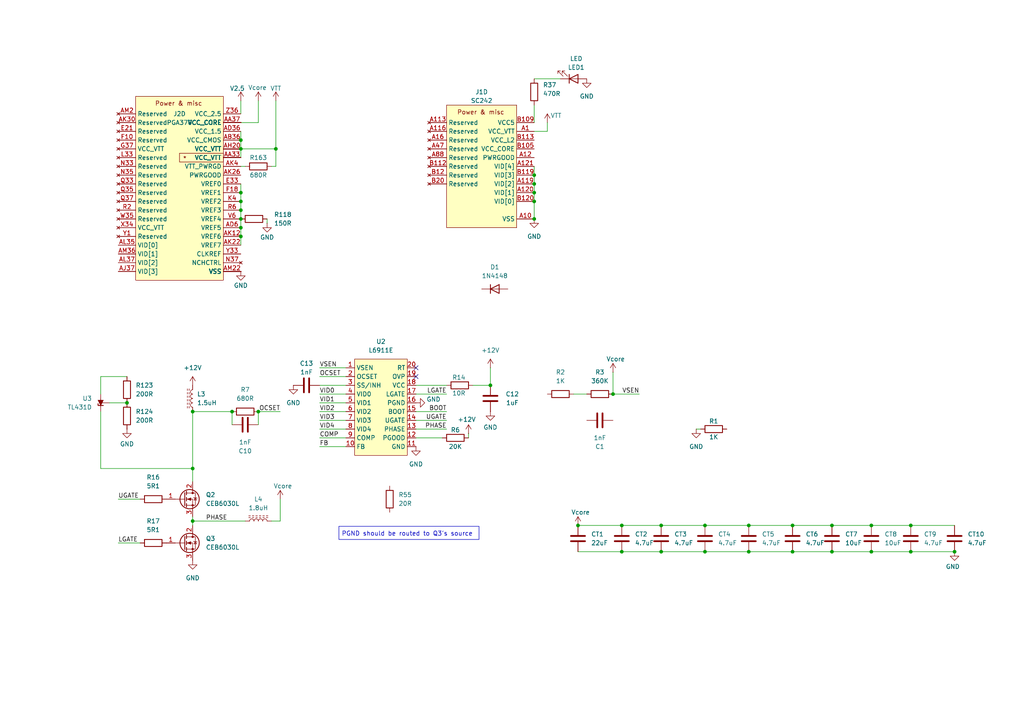
<source format=kicad_sch>
(kicad_sch (version 20231120) (generator "eeschema") (generator_version "8.0")
  (paper "A4")
  (lib_symbols
    (symbol "Device:C" (pin_numbers hide) (pin_names (offset 0.254))
      (property "Reference" "C" (at 0.635 2.54 0))
      (property "Value" "C" (at 0.635 -2.54 0))
      (symbol "C_1_1"
        (pin passive line (at 0 3.81 270) (length 2.794) (name "~") (number "1"))
        (pin passive line (at 0 -3.81 90) (length 2.794) (name "~") (number "2"))
      )
    )
    (symbol "Device:L" (pin_numbers hide) (pin_names (offset 1.016) hide)
      (property "Reference" "L" (at -1.27 0 90))
      (property "Value" "L" (at 1.905 0 90))
      (symbol "L_1_1"
        (pin passive line (at 0 3.81 270) (length 1.27) (name "1") (number "1"))
        (pin passive line (at 0 -3.81 90) (length 1.27) (name "2") (number "2"))
      )
    )
    (symbol "Device:LED" (pin_numbers hide) (pin_names (offset 1.016) hide)
      (property "Reference" "D" (at 0 2.54 0))
      (property "Value" "LED" (at 0 -2.54 0))
      (symbol "LED_1_1"
        (pin passive line (at -3.81 0 0) (length 2.54) (name "K") (number "1"))
        (pin passive line (at 3.81 0 180) (length 2.54) (name "A") (number "2"))
      )
    )
    (symbol "Device:L_Ferrite" (pin_numbers hide) (pin_names (offset 1.016) hide)
      (property "Reference" "L" (at -1.27 0 90))
      (property "Value" "L_Ferrite" (at 2.794 0 90))
      (symbol "L_Ferrite_1_1"
        (pin passive line (at 0 3.81 270) (length 1.27) (name "1") (number "1"))
        (pin passive line (at 0 -3.81 90) (length 1.27) (name "2") (number "2"))
      )
    )
    (symbol "Device:R" (pin_numbers hide) (pin_names (offset 0))
      (property "Reference" "R" (at 2.032 0 90))
      (property "Value" "R" (at 0 0 90))
      (symbol "R_1_1"
        (pin passive line (at 0 3.81 270) (length 1.27) (name "~") (number "1"))
        (pin passive line (at 0 -3.81 90) (length 1.27) (name "~") (number "2"))
      )
    )
    (symbol "Diode:1N4148" (pin_numbers hide) (pin_names hide)
      (property "Reference" "D" (at 0 2.54 0))
      (property "Value" "1N4148" (at 0 -2.54 0))
      (symbol "1N4148_1_1"
        (pin passive line (at -3.81 0 0) (length 2.54) (name "K") (number "1"))
        (pin passive line (at 3.81 0 180) (length 2.54) (name "A") (number "2"))
      )
    )
    (symbol "Reference_Voltage:TL431DBZ" (pin_numbers hide) (pin_names hide)
      (property "Reference" "U" (at -2.54 2.54 0))
      (property "Value" "TL431DBZ" (at 0 -2.54 0))
      (symbol "TL431DBZ_1_1"
        (pin passive line (at 2.54 0 180) (length 2.54) (name "K") (number "1"))
        (pin passive line (at 0 2.54 270) (length 2.54) (name "REF") (number "2"))
        (pin passive line (at -2.54 0 0) (length 2.54) (name "A") (number "3"))
      )
    )
    (symbol "Transistor_FET:IPD50R380CE" (pin_names hide)
      (property "Reference" "Q" (at 5.08 1.905 0))
      (property "Value" "IPD50R380CE" (at 5.08 0 0))
      (symbol "IPD50R380CE_1_1"
        (pin input line (at -5.08 0 0) (length 2.54) (name "G") (number "1"))
        (pin passive line (at 2.54 5.08 270) (length 2.54) (name "D") (number "2"))
        (pin passive line (at 2.54 -5.08 90) (length 2.54) (name "S") (number "3"))
      )
    )
    (symbol "power:+5V" (power) (pin_numbers hide) (pin_names (offset 0) hide)
      (property "Value" "+5V" (at 0 3.556 0))
      (symbol "+5V_1_1"
        (pin power_in line (at 0 0 90) (length 0) (name "~") (number "1"))
      )
    )
    (symbol "power:GND" (power) (pin_numbers hide) (pin_names (offset 0) hide)
      (property "Value" "GND" (at 0 -3.81 0))
      (symbol "GND_1_1"
        (pin power_in line (at 0 0 270) (length 0) (name "~") (number "1"))
      )
    )
    (symbol "power:VDD" (power) (pin_numbers hide) (pin_names (offset 0) hide)
      (property "Value" "VDD" (at 0 3.556 0))
      (symbol "VDD_1_1"
        (pin power_in line (at 0 0 90) (length 0) (name "~") (number "1"))
      )
    )
    (symbol "slocket:L6911E"
      (property "Reference" "U" (at 0 18.288 0))
      (property "Value" "L6911E" (at 0 15.494 0))
      (symbol "L6911E_1_1"
        (pin input line (at -10.16 11.43 0) (length 2.54) (name "VSEN") (number "1"))
        (pin input line (at -10.16 -11.43 0) (length 2.54) (name "FB") (number "10"))
        (pin power_in line (at 10.16 -11.43 180) (length 2.54) (name "GND") (number "11"))
        (pin open_collector line (at 10.16 -8.89 180) (length 2.54) (name "PGOOD") (number "12"))
        (pin input line (at 10.16 -6.35 180) (length 2.54) (name "PHASE") (number "13"))
        (pin output line (at 10.16 -3.81 180) (length 2.54) (name "UGATE") (number "14"))
        (pin input line (at 10.16 -1.27 180) (length 2.54) (name "BOOT") (number "15"))
        (pin input line (at 10.16 1.27 180) (length 2.54) (name "PGND") (number "16"))
        (pin output line (at 10.16 3.81 180) (length 2.54) (name "LGATE") (number "17"))
        (pin power_in line (at 10.16 6.35 180) (length 2.54) (name "VCC") (number "18"))
        (pin output line (at 10.16 8.89 180) (length 2.54) (name "OVP") (number "19"))
        (pin input line (at -10.16 8.89 0) (length 2.54) (name "OCSET") (number "2"))
        (pin input line (at 10.16 11.43 180) (length 2.54) (name "RT") (number "20"))
        (pin input line (at -10.16 6.35 0) (length 2.54) (name "SS/INH") (number "3"))
        (pin input line (at -10.16 3.81 0) (length 2.54) (name "VID0") (number "4"))
        (pin input line (at -10.16 1.27 0) (length 2.54) (name "VID1") (number "5"))
        (pin input line (at -10.16 -1.27 0) (length 2.54) (name "VID2") (number "6"))
        (pin input line (at -10.16 -3.81 0) (length 2.54) (name "VID3") (number "7"))
        (pin input line (at -10.16 -6.35 0) (length 2.54) (name "VID4") (number "8"))
        (pin input line (at -10.16 -8.89 0) (length 2.54) (name "COMP") (number "9"))
      )
    )
    (symbol "slocket:PGA370"
      (property "Reference" "J" (at -0.254 53.594 0))
      (symbol "PGA370_1_1"
        (text "Address" (at 0 24.638 0) (effects (font (size 1.27 1.27))))
        (pin tri_state line (at 13.97 -2.54 180) (length 5.08) (name "A#[27]") (number "AA1"))
        (pin tri_state line (at 13.97 -10.16 180) (length 5.08) (name "A#[30]") (number "AA3"))
        (pin tri_state line (at 13.97 5.08 180) (length 5.08) (name "A#[24]") (number "AB4"))
        (pin tri_state line (at 13.97 7.62 180) (length 5.08) (name "A#[23]") (number "AB6"))
        (pin tri_state line (at 13.97 -17.78 180) (length 5.08) (name "A#[33]") (number "AC1"))
        (pin tri_state line (at 13.97 15.24 180) (length 5.08) (name "A#[20]") (number "AC3"))
        (pin tri_state line (at 13.97 -12.7 180) (length 5.08) (name "A#[31]") (number "AD4"))
        (pin tri_state line (at -13.97 -22.86 0) (length 5.08) (name "A#[17]") (number "AE1"))
        (pin tri_state line (at 13.97 10.16 180) (length 5.08) (name "A#[22]") (number "AE3"))
        (pin tri_state line (at 13.97 -22.86 180) (length 5.08) (name "A#[35]") (number "AF4"))
        (pin tri_state line (at 13.97 2.54 180) (length 5.08) (name "A#[25]") (number "AF6"))
        (pin tri_state line (at 13.97 17.78 180) (length 5.08) (name "A#[19]") (number "AG3"))
        (pin tri_state line (at -13.97 0 0) (length 5.08) (name "A#[08]") (number "AH10"))
        (pin tri_state line (at -13.97 10.16 0) (length 5.08) (name "A#[04]") (number "AH12"))
        (pin tri_state line (at -13.97 -5.08 0) (length 5.08) (name "A#[10]") (number "AH6"))
        (pin tri_state line (at -13.97 7.62 0) (length 5.08) (name "A#[05]") (number "AH8"))
        (pin tri_state line (at 13.97 12.7 180) (length 5.08) (name "A#[21]") (number "AJ1"))
        (pin tri_state line (at -13.97 -7.62 0) (length 5.08) (name "A#[11]") (number "AK10"))
        (pin tri_state line (at -13.97 -15.24 0) (length 5.08) (name "A#[14]") (number "AK14"))
        (pin tri_state line (at 13.97 -5.08 180) (length 5.08) (name "A#[28]") (number "AK6"))
        (pin tri_state line (at -13.97 12.7 0) (length 5.08) (name "A#[03]") (number "AK8"))
        (pin bidirectional line (at -13.97 20.32 0) (length 5.08) (name "AP#[0]") (number "AL11"))
        (pin tri_state line (at -13.97 2.54 0) (length 5.08) (name "A#[07]") (number "AL15"))
        (pin tri_state line (at -13.97 -17.78 0) (length 5.08) (name "A#[15]") (number "AL5"))
        (pin tri_state line (at -13.97 -12.7 0) (length 5.08) (name "A#[13]") (number "AL7"))
        (pin tri_state line (at -13.97 -2.54 0) (length 5.08) (name "A#[09]") (number "AL9"))
        (pin bidirectional line (at -13.97 17.78 0) (length 5.08) (name "AP#[1]") (number "AN13"))
        (pin tri_state line (at -13.97 -10.16 0) (length 5.08) (name "A#[12]") (number "AN5"))
        (pin tri_state line (at -13.97 -20.32 0) (length 5.08) (name "A#[16]") (number "AN7"))
        (pin tri_state line (at -13.97 5.08 0) (length 5.08) (name "A#[06]") (number "AN9"))
        (pin tri_state line (at 13.97 -20.32 180) (length 5.08) (name "A#[34]") (number "W3"))
        (pin tri_state line (at 13.97 -15.24 180) (length 5.08) (name "A#[32]") (number "X6"))
        (pin tri_state line (at 13.97 0 180) (length 5.08) (name "A#[26]") (number "Y3"))
        (pin tri_state line (at 13.97 -7.62 180) (length 5.08) (name "A#[29]") (number "Z4"))
        (pin tri_state line (at 13.97 20.32 180) (length 5.08) (name "A#[18]") (number "Z6"))
      )
      (symbol "PGA370_2_1"
        (text "Data" (at 0 41.148 0) (effects (font (size 1.27 1.27))))
        (pin tri_state line (at 13.97 7.62 180) (length 5.08) (name "D#[44]") (number "A11"))
        (pin tri_state line (at 13.97 -10.16 180) (length 5.08) (name "D#[51]") (number "A13"))
        (pin tri_state line (at 13.97 0 180) (length 5.08) (name "D#[47]") (number "A15"))
        (pin tri_state line (at 13.97 -2.54 180) (length 5.08) (name "D#[48]") (number "A17"))
        (pin tri_state line (at 13.97 -25.4 180) (length 5.08) (name "D#[57]") (number "A19"))
        (pin tri_state line (at 13.97 2.54 180) (length 5.08) (name "D#[46]") (number "A21"))
        (pin tri_state line (at 13.97 -15.24 180) (length 5.08) (name "D#[53]") (number "A23"))
        (pin tri_state line (at 13.97 -33.02 180) (length 5.08) (name "D#[60]") (number "A25"))
        (pin tri_state line (at 13.97 -35.56 180) (length 5.08) (name "D#[61]") (number "A27"))
        (pin tri_state line (at -13.97 -35.56 0) (length 5.08) (name "D#[29]") (number "A3"))
        (pin tri_state line (at -13.97 -33.02 0) (length 5.08) (name "D#[28]") (number "A5"))
        (pin tri_state line (at 13.97 10.16 180) (length 5.08) (name "D#[43]") (number "A7"))
        (pin tri_state line (at 13.97 25.4 180) (length 5.08) (name "D#[37]") (number "A9"))
        (pin tri_state line (at 13.97 30.48 180) (length 5.08) (name "D#[35]") (number "B2"))
        (pin tri_state line (at 13.97 35.56 180) (length 5.08) (name "D#[33]") (number "C1"))
        (pin tri_state line (at 13.97 5.08 180) (length 5.08) (name "D#[45]") (number "C11"))
        (pin tri_state line (at 13.97 -5.08 180) (length 5.08) (name "D#[49]") (number "C13"))
        (pin tri_state line (at 13.97 17.78 180) (length 5.08) (name "D#[40]") (number "C15"))
        (pin tri_state line (at 13.97 -30.48 180) (length 5.08) (name "D#[59]") (number "C17"))
        (pin tri_state line (at 13.97 -20.32 180) (length 5.08) (name "D#[55]") (number "C19"))
        (pin tri_state line (at 13.97 -17.78 180) (length 5.08) (name "D#[54]") (number "C21"))
        (pin tri_state line (at 13.97 -27.94 180) (length 5.08) (name "D#[58]") (number "C23"))
        (pin tri_state line (at 13.97 -7.62 180) (length 5.08) (name "D#[50]") (number "C25"))
        (pin tri_state line (at 13.97 -22.86 180) (length 5.08) (name "D#[56]") (number "C27"))
        (pin tri_state line (at -13.97 -40.64 0) (length 5.08) (name "D#[31]") (number "C5"))
        (pin tri_state line (at 13.97 33.02 180) (length 5.08) (name "D#[34]") (number "C7"))
        (pin tri_state line (at 13.97 27.94 180) (length 5.08) (name "D#[36]") (number "C9"))
        (pin tri_state line (at 13.97 20.32 180) (length 5.08) (name "D#[39]") (number "D10"))
        (pin tri_state line (at 13.97 12.7 180) (length 5.08) (name "D#[42]") (number "D12"))
        (pin tri_state line (at 13.97 15.24 180) (length 5.08) (name "D#[41]") (number "D14"))
        (pin tri_state line (at 13.97 -12.7 180) (length 5.08) (name "D#[52]") (number "D16"))
        (pin tri_state line (at 13.97 22.86 180) (length 5.08) (name "D#[38]") (number "D8"))
        (pin tri_state line (at -13.97 -27.94 0) (length 5.08) (name "D#[26]") (number "E1"))
        (pin tri_state line (at 13.97 -38.1 180) (length 5.08) (name "D#[62]") (number "E25"))
        (pin tri_state line (at -13.97 -25.4 0) (length 5.08) (name "D#[25]") (number "E3"))
        (pin tri_state line (at -13.97 -30.48 0) (length 5.08) (name "D#[27]") (number "F12"))
        (pin tri_state line (at 13.97 -40.64 180) (length 5.08) (name "D#[63]") (number "F16"))
        (pin tri_state line (at 13.97 38.1 180) (length 5.08) (name "D#[32]") (number "F6"))
        (pin tri_state line (at -13.97 -17.78 0) (length 5.08) (name "D#[22]") (number "F8"))
        (pin tri_state line (at -13.97 -15.24 0) (length 5.08) (name "D#[21]") (number "G1"))
        (pin tri_state line (at -13.97 -20.32 0) (length 5.08) (name "D#[23]") (number "G3"))
        (pin tri_state line (at -13.97 -2.54 0) (length 5.08) (name "D#[16]") (number "H4"))
        (pin tri_state line (at -13.97 -10.16 0) (length 5.08) (name "D#[19]") (number "H6"))
        (pin tri_state line (at -13.97 20.32 0) (length 5.08) (name "D#[07]") (number "J1"))
        (pin tri_state line (at -13.97 -38.1 0) (length 5.08) (name "D#[30]") (number "J3"))
        (pin tri_state line (at -13.97 -22.86 0) (length 5.08) (name "D#[24]") (number "K6"))
        (pin tri_state line (at -13.97 5.08 0) (length 5.08) (name "D#[13]") (number "L1"))
        (pin tri_state line (at -13.97 -12.7 0) (length 5.08) (name "D#[20]") (number "L3"))
        (pin tri_state line (at -13.97 10.16 0) (length 5.08) (name "D#[11]") (number "M4"))
        (pin tri_state line (at -13.97 30.48 0) (length 5.08) (name "D#[03]") (number "M6"))
        (pin tri_state line (at -13.97 33.02 0) (length 5.08) (name "D#[02]") (number "N1"))
        (pin tri_state line (at -13.97 2.54 0) (length 5.08) (name "D#[14]") (number "N3"))
        (pin tri_state line (at -13.97 -7.62 0) (length 5.08) (name "D#[18]") (number "P4"))
        (pin tri_state line (at -13.97 15.24 0) (length 5.08) (name "D#[09]") (number "P6"))
        (pin tri_state line (at -13.97 7.62 0) (length 5.08) (name "D#[12]") (number "Q1"))
        (pin tri_state line (at -13.97 12.7 0) (length 5.08) (name "D#[10]") (number "Q3"))
        (pin tri_state line (at -13.97 -5.08 0) (length 5.08) (name "D#[17]") (number "R4"))
        (pin tri_state line (at -13.97 17.78 0) (length 5.08) (name "D#[08]") (number "S1"))
        (pin tri_state line (at -13.97 25.4 0) (length 5.08) (name "D#[05]") (number "S3"))
        (pin tri_state line (at -13.97 35.56 0) (length 5.08) (name "D#[01]") (number "T4"))
        (pin tri_state line (at -13.97 22.86 0) (length 5.08) (name "D#[06]") (number "T6"))
        (pin tri_state line (at -13.97 27.94 0) (length 5.08) (name "D#[04]") (number "U1"))
        (pin tri_state line (at -13.97 0 0) (length 5.08) (name "D#[15]") (number "U3"))
        (pin tri_state line (at -13.97 38.1 0) (length 5.08) (name "D#[00]") (number "W1"))
      )
      (symbol "PGA370_3_1"
        (text "Control" (at -0.254 46.99 0) (effects (font (size 1.27 1.27))))
        (pin bidirectional line (at 17.78 25.4 180) (length 5.08) (name "DEP#[7]") (number "A29"))
        (pin bidirectional line (at 17.78 35.56 180) (length 5.08) (name "DEP#[3]") (number "A31"))
        (pin bidirectional line (at 17.78 38.1 180) (length 5.08) (name "DEP#[2]") (number "A33"))
        (pin output line (at -17.78 35.56 0) (length 5.08) (name "PRDY#") (number "A35"))
        (pin output line (at -17.78 -12.7 0) (length 5.08) (name "FERR#") (number "AC35"))
        (pin input line (at -17.78 20.32 0) (length 5.08) (name "RSP#") (number "AC37"))
        (pin input line (at 17.78 -27.94 180) (length 5.08) (name "A20M#") (number "AE33"))
        (pin output line (at -17.78 -15.24 0) (length 5.08) (name "IERR#") (number "AE35"))
        (pin input line (at -17.78 -17.78 0) (length 5.08) (name "FLUSH#") (number "AE37"))
        (pin output line (at -17.78 -38.1 0) (length 5.08) (name "EDGCTRL") (number "AG1"))
        (pin input line (at -17.78 -22.86 0) (length 5.08) (name "INIT#") (number "AG33"))
        (pin input line (at -17.78 12.7 0) (length 5.08) (name "STPCLK#") (number "AG35"))
        (pin input line (at -17.78 -20.32 0) (length 5.08) (name "IGNNE#") (number "AG37"))
        (pin bidirectional line (at 17.78 -20.32 180) (length 5.08) (name "BNR#") (number "AH14"))
        (pin bidirectional line (at 17.78 20.32 180) (length 5.08) (name "REQ#[1]") (number "AH16"))
        (pin bidirectional line (at 17.78 17.78 180) (length 5.08) (name "REQ#[2]") (number "AH18"))
        (pin input line (at 17.78 7.62 180) (length 5.08) (name "RS#[1]") (number "AH22"))
        (pin input line (at 17.78 10.16 180) (length 5.08) (name "RS#[0]") (number "AH26"))
        (pin output line (at 17.78 -40.64 180) (length 5.08) (name "THERMTRIP#") (number "AH28"))
        (pin input line (at -17.78 17.78 0) (length 5.08) (name "SLP#") (number "AH30"))
        (pin input line (at -17.78 27.94 0) (length 5.08) (name "RESET#") (number "AH4"))
        (pin input line (at -17.78 22.86 0) (length 5.08) (name "RESET2#") (number "AJ3"))
        (pin input line (at -17.78 -48.26 0) (length 5.08) (name "BSEL1#") (number "AJ31"))
        (pin input line (at -17.78 -45.72 0) (length 5.08) (name "BSEL0#") (number "AJ33"))
        (pin input line (at -17.78 15.24 0) (length 5.08) (name "SMI#") (number "AJ35"))
        (pin bidirectional line (at 17.78 22.86 180) (length 5.08) (name "REQ#[0]") (number "AK18"))
        (pin bidirectional line (at -17.78 -30.48 0) (length 5.08) (name "LOCK#") (number "AK20"))
        (pin bidirectional line (at -17.78 -7.62 0) (length 5.08) (name "AERR#") (number "AK24"))
        (pin input line (at 17.78 5.08 180) (length 5.08) (name "RS#[2]") (number "AK28"))
        (pin input line (at -17.78 2.54 0) (length 5.08) (name "TMS") (number "AK32"))
        (pin bidirectional line (at 17.78 12.7 180) (length 5.08) (name "REQ#[4]") (number "AL17"))
        (pin bidirectional line (at 17.78 15.24 180) (length 5.08) (name "REQ#[3]") (number "AL19"))
        (pin bidirectional line (at 17.78 -33.02 180) (length 5.08) (name "HITM#") (number "AL23"))
        (pin bidirectional line (at 17.78 -30.48 180) (length 5.08) (name "HIT#") (number "AL25"))
        (pin bidirectional line (at 17.78 -15.24 180) (length 5.08) (name "DBSY#") (number "AL27"))
        (pin output line (at 17.78 -38.1 180) (length 5.08) (name "THERMDN") (number "AL29"))
        (pin output line (at 17.78 -35.56 180) (length 5.08) (name "THERMDP") (number "AL31"))
        (pin input line (at -17.78 10.16 0) (length 5.08) (name "TCK") (number "AL33"))
        (pin input line (at 17.78 -17.78 180) (length 5.08) (name "BPRI#") (number "AN17"))
        (pin input line (at 17.78 -12.7 180) (length 5.08) (name "DEFER#") (number "AN19"))
        (pin bidirectional line (at -17.78 30.48 0) (length 5.08) (name "RP#") (number "AN23"))
        (pin input line (at -17.78 0 0) (length 5.08) (name "TRDY#") (number "AN25"))
        (pin bidirectional line (at -17.78 -5.08 0) (length 5.08) (name "DRDY#") (number "AN27"))
        (pin bidirectional line (at 17.78 -7.62 180) (length 5.08) (name "BR0#") (number "AN29"))
        (pin bidirectional line (at 17.78 -25.4 180) (length 5.08) (name "ADS#") (number "AN31"))
        (pin input line (at -17.78 -2.54 0) (length 5.08) (name "TRST#") (number "AN33"))
        (pin input line (at -17.78 7.62 0) (length 5.08) (name "TDI") (number "AN35"))
        (pin output line (at -17.78 5.08 0) (length 5.08) (name "TDO") (number "AN37"))
        (pin bidirectional line (at 17.78 -22.86 180) (length 5.08) (name "BINIT#") (number "B36"))
        (pin bidirectional line (at 17.78 30.48 180) (length 5.08) (name "DEP#[5]") (number "C29"))
        (pin bidirectional line (at 17.78 40.64 180) (length 5.08) (name "DEP#[1]") (number "C31"))
        (pin bidirectional line (at 17.78 43.18 180) (length 5.08) (name "DEP#[0]") (number "C33"))
        (pin bidirectional line (at 17.78 2.54 180) (length 5.08) (name "BPM#[0]") (number "C35"))
        (pin input line (at 17.78 -43.18 180) (length 5.08) (name "CPUPRES#") (number "C37"))
        (pin input line (at -17.78 -40.64 0) (length 5.08) (name "SLEWCTRL") (number "E27"))
        (pin bidirectional line (at 17.78 27.94 180) (length 5.08) (name "DEP#[6]") (number "E29"))
        (pin bidirectional line (at 17.78 33.02 180) (length 5.08) (name "DEP#[4]") (number "E31"))
        (pin bidirectional line (at 17.78 0 180) (length 5.08) (name "BPM#[1]") (number "E35"))
        (pin bidirectional line (at 17.78 -5.08 180) (length 5.08) (name "BP#[3]") (number "E37"))
        (pin bidirectional line (at 17.78 -2.54 180) (length 5.08) (name "BP#[2]") (number "G33"))
        (pin input line (at -17.78 38.1 0) (length 5.08) (name "PICCLK") (number "J33"))
        (pin bidirectional line (at -17.78 43.18 0) (length 5.08) (name "PICD[0]") (number "J35"))
        (pin input line (at -17.78 33.02 0) (length 5.08) (name "PREQ#") (number "J37"))
        (pin bidirectional line (at -17.78 40.64 0) (length 5.08) (name "PICD[1]") (number "L35"))
        (pin input line (at -17.78 -27.94 0) (length 5.08) (name "LINT[1]/NMI") (number "L37"))
        (pin input line (at -17.78 -25.4 0) (length 5.08) (name "LINT[0]/INTR") (number "M36"))
        (pin input line (at -17.78 -43.18 0) (length 5.08) (name "RTTCTRL") (number "S35"))
        (pin input line (at -17.78 -35.56 0) (length 5.08) (name "PLL2") (number "U33"))
        (pin bidirectional line (at -17.78 -10.16 0) (length 5.08) (name "BERR#") (number "V4"))
        (pin input line (at -17.78 -33.02 0) (length 5.08) (name "PLL1") (number "W33"))
        (pin input line (at 17.78 -48.26 180) (length 5.08) (name "BCLK") (number "W37"))
        (pin input line (at 17.78 -10.16 180) (length 5.08) (name "BR1#") (number "X2"))
        (pin input line (at -17.78 25.4 0) (length 5.08) (name "RESET2#") (number "X4"))
      )
      (symbol "PGA370_4_1"
        (text "*" (at 1.524 9.906 0) (effects (font (size 1.27 1.27))))
        (text "Power & misc" (at -0.254 25.908 0) (effects (font (size 1.27 1.27))))
        (pin power_in line (at 17.78 -22.86 180) (length 5.08) (name "VSS") (number "A37"))
        (pin power_in line (at 17.78 10.16 180) (length 5.08) (name "VCC_VTT") (number "AA33"))
        (pin power_in line (at 17.78 10.16 180) (length 5.08) (name "VCC_VTT") (number "AA35"))
        (pin power_in line (at 17.78 20.32 180) (length 5.08) (name "VCC_CORE") (number "AA37"))
        (pin power_in line (at 17.78 20.32 180) (length 5.08) (name "VCC_CORE") (number "AA5"))
        (pin power_in line (at 17.78 20.32 180) (length 5.08) (name "VCC_CORE") (number "AB2"))
        (pin power_in line (at 17.78 -22.86 180) (length 5.08) (name "VSS") (number "AB32"))
        (pin power_in line (at 17.78 20.32 180) (length 5.08) (name "VCC_CORE") (number "AB34"))
        (pin power_in line (at 17.78 15.24 180) (length 5.08) (name "VCC_CMOS") (number "AB36"))
        (pin power_in line (at 17.78 -22.86 180) (length 5.08) (name "VSS") (number "AC33"))
        (pin power_in line (at 17.78 -22.86 180) (length 5.08) (name "VSS") (number "AC5"))
        (pin power_in line (at 17.78 -22.86 180) (length 5.08) (name "VSS") (number "AD2"))
        (pin power_in line (at 17.78 20.32 180) (length 5.08) (name "VCC_CORE") (number "AD32"))
        (pin power_in line (at 17.78 -22.86 180) (length 5.08) (name "VSS") (number "AD34"))
        (pin power_in line (at 17.78 17.78 180) (length 5.08) (name "VCC_1.5") (number "AD36"))
        (pin input line (at 17.78 -10.16 180) (length 5.08) (name "VREF5") (number "AD6"))
        (pin power_in line (at 17.78 20.32 180) (length 5.08) (name "VCC_CORE") (number "AE5"))
        (pin power_in line (at 17.78 20.32 180) (length 5.08) (name "VCC_CORE") (number "AF2"))
        (pin power_in line (at 17.78 -22.86 180) (length 5.08) (name "VSS") (number "AF32"))
        (pin power_in line (at 17.78 20.32 180) (length 5.08) (name "VCC_CORE") (number "AF34"))
        (pin power_in line (at 17.78 -22.86 180) (length 5.08) (name "VSS") (number "AF36"))
        (pin power_in line (at 17.78 -22.86 180) (length 5.08) (name "VSS") (number "AG5"))
        (pin power_in line (at 17.78 -22.86 180) (length 5.08) (name "VSS") (number "AH2"))
        (pin power_in line (at 17.78 12.7 180) (length 5.08) (name "VCC_VTT") (number "AH20"))
        (pin power_in line (at 17.78 20.32 180) (length 5.08) (name "VCC_CORE") (number "AH24"))
        (pin power_in line (at 17.78 20.32 180) (length 5.08) (name "VCC_CORE") (number "AH32"))
        (pin power_in line (at 17.78 -22.86 180) (length 5.08) (name "VSS") (number "AH34"))
        (pin power_in line (at 17.78 20.32 180) (length 5.08) (name "VCC_CORE") (number "AH36"))
        (pin power_in line (at 17.78 -22.86 180) (length 5.08) (name "VSS") (number "AJ11"))
        (pin power_in line (at 17.78 20.32 180) (length 5.08) (name "VCC_CORE") (number "AJ13"))
        (pin power_in line (at 17.78 -22.86 180) (length 5.08) (name "VSS") (number "AJ15"))
        (pin power_in line (at 17.78 20.32 180) (length 5.08) (name "VCC_CORE") (number "AJ17"))
        (pin power_in line (at 17.78 -22.86 180) (length 5.08) (name "VSS") (number "AJ19"))
        (pin power_in line (at 17.78 20.32 180) (length 5.08) (name "VCC_CORE") (number "AJ21"))
        (pin power_in line (at 17.78 -22.86 180) (length 5.08) (name "VSS") (number "AJ23"))
        (pin power_in line (at 17.78 20.32 180) (length 5.08) (name "VCC_CORE") (number "AJ25"))
        (pin power_in line (at 17.78 -22.86 180) (length 5.08) (name "VSS") (number "AJ27"))
        (pin power_in line (at 17.78 20.32 180) (length 5.08) (name "VCC_CORE") (number "AJ29"))
        (pin output line (at -17.78 -22.86 0) (length 5.08) (name "VID[3]") (number "AJ37"))
        (pin power_in line (at 17.78 20.32 180) (length 5.08) (name "VCC_CORE") (number "AJ5"))
        (pin power_in line (at 17.78 -22.86 180) (length 5.08) (name "VSS") (number "AJ7"))
        (pin power_in line (at 17.78 20.32 180) (length 5.08) (name "VCC_CORE") (number "AJ9"))
        (pin input line (at 17.78 -12.7 180) (length 5.08) (name "VREF6") (number "AK12"))
        (pin power_in line (at 17.78 12.7 180) (length 5.08) (name "VCC_VTT") (number "AK16"))
        (pin power_in line (at 17.78 20.32 180) (length 5.08) (name "VCC_CORE") (number "AK2"))
        (pin input line (at 17.78 -15.24 180) (length 5.08) (name "VREF7") (number "AK22"))
        (pin input line (at 17.78 5.08 180) (length 5.08) (name "PWRGOOD") (number "AK26"))
        (pin no_connect line (at -17.78 20.32 0) (length 5.08) (name "Reserved") (number "AK30"))
        (pin power_in line (at 17.78 20.32 180) (length 5.08) (name "VCC_CORE") (number "AK34"))
        (pin power_in line (at 17.78 -22.86 180) (length 5.08) (name "VSS") (number "AK36"))
        (pin input line (at 17.78 7.62 180) (length 5.08) (name "VTT_PWRGD") (number "AK4"))
        (pin power_in line (at 17.78 -22.86 180) (length 5.08) (name "VSS") (number "AL1"))
        (pin power_in line (at 17.78 12.7 180) (length 5.08) (name "VCC_VTT") (number "AL13"))
        (pin power_in line (at 17.78 12.7 180) (length 5.08) (name "VCC_VTT") (number "AL21"))
        (pin power_in line (at 17.78 -22.86 180) (length 5.08) (name "VSS") (number "AL3"))
        (pin output line (at -17.78 -15.24 0) (length 5.08) (name "VID[0]") (number "AL35"))
        (pin output line (at -17.78 -20.32 0) (length 5.08) (name "VID[2]") (number "AL37"))
        (pin power_in line (at 17.78 -22.86 180) (length 5.08) (name "VSS") (number "AM10"))
        (pin power_in line (at 17.78 20.32 180) (length 5.08) (name "VCC_CORE") (number "AM12"))
        (pin power_in line (at 17.78 -22.86 180) (length 5.08) (name "VSS") (number "AM14"))
        (pin power_in line (at 17.78 20.32 180) (length 5.08) (name "VCC_CORE") (number "AM16"))
        (pin power_in line (at 17.78 -22.86 180) (length 5.08) (name "VSS") (number "AM18"))
        (pin no_connect line (at -17.78 22.86 0) (length 5.08) (name "Reserved") (number "AM2"))
        (pin power_in line (at 17.78 20.32 180) (length 5.08) (name "VCC_CORE") (number "AM20"))
        (pin power_in line (at 17.78 -22.86 180) (length 5.08) (name "VSS") (number "AM22"))
        (pin power_in line (at 17.78 20.32 180) (length 5.08) (name "VCC_CORE") (number "AM24"))
        (pin power_in line (at 17.78 -22.86 180) (length 5.08) (name "VSS") (number "AM26"))
        (pin power_in line (at 17.78 20.32 180) (length 5.08) (name "VCC_CORE") (number "AM28"))
        (pin power_in line (at 17.78 -22.86 180) (length 5.08) (name "VSS") (number "AM30"))
        (pin power_in line (at 17.78 20.32 180) (length 5.08) (name "VCC_CORE") (number "AM32"))
        (pin power_in line (at 17.78 -22.86 180) (length 5.08) (name "VSS") (number "AM34"))
        (pin output line (at -17.78 -17.78 0) (length 5.08) (name "VID[1]") (number "AM36"))
        (pin power_in line (at 17.78 20.32 180) (length 5.08) (name "VCC_CORE") (number "AM4"))
        (pin power_in line (at 17.78 -22.86 180) (length 5.08) (name "VSS") (number "AM6"))
        (pin power_in line (at 17.78 20.32 180) (length 5.08) (name "VCC_CORE") (number "AM8"))
        (pin power_in line (at 17.78 12.7 180) (length 5.08) (name "VCC_VTT") (number "AN11"))
        (pin power_in line (at 17.78 12.7 180) (length 5.08) (name "VCC_VTT") (number "AN15"))
        (pin power_in line (at 17.78 10.16 180) (length 5.08) (name "VCC_VTT") (number "AN21"))
        (pin power_in line (at 17.78 -22.86 180) (length 5.08) (name "VSS") (number "AN3"))
        (pin power_in line (at 17.78 20.32 180) (length 5.08) (name "VCC_CORE") (number "B10"))
        (pin power_in line (at 17.78 -22.86 180) (length 5.08) (name "VSS") (number "B12"))
        (pin power_in line (at 17.78 20.32 180) (length 5.08) (name "VCC_CORE") (number "B14"))
        (pin power_in line (at 17.78 -22.86 180) (length 5.08) (name "VSS") (number "B16"))
        (pin power_in line (at 17.78 20.32 180) (length 5.08) (name "VCC_CORE") (number "B18"))
        (pin power_in line (at 17.78 -22.86 180) (length 5.08) (name "VSS") (number "B20"))
        (pin power_in line (at 17.78 20.32 180) (length 5.08) (name "VCC_CORE") (number "B22"))
        (pin power_in line (at 17.78 -22.86 180) (length 5.08) (name "VSS") (number "B24"))
        (pin power_in line (at 17.78 20.32 180) (length 5.08) (name "VCC_CORE") (number "B26"))
        (pin power_in line (at 17.78 -22.86 180) (length 5.08) (name "VSS") (number "B28"))
        (pin power_in line (at 17.78 20.32 180) (length 5.08) (name "VCC_CORE") (number "B30"))
        (pin power_in line (at 17.78 -22.86 180) (length 5.08) (name "VSS") (number "B32"))
        (pin power_in line (at 17.78 20.32 180) (length 5.08) (name "VCC_CORE") (number "B34"))
        (pin power_in line (at 17.78 -22.86 180) (length 5.08) (name "VSS") (number "B4"))
        (pin power_in line (at 17.78 20.32 180) (length 5.08) (name "VCC_CORE") (number "B6"))
        (pin power_in line (at 17.78 -22.86 180) (length 5.08) (name "VSS") (number "B8"))
        (pin power_in line (at 17.78 20.32 180) (length 5.08) (name "VCC_CORE") (number "C3"))
        (pin power_in line (at 17.78 -22.86 180) (length 5.08) (name "VSS") (number "D18"))
        (pin power_in line (at 17.78 -22.86 180) (length 5.08) (name "VSS") (number "D2"))
        (pin power_in line (at 17.78 20.32 180) (length 5.08) (name "VCC_CORE") (number "D20"))
        (pin power_in line (at 17.78 -22.86 180) (length 5.08) (name "VSS") (number "D22"))
        (pin power_in line (at 17.78 20.32 180) (length 5.08) (name "VCC_CORE") (number "D24"))
        (pin power_in line (at 17.78 -22.86 180) (length 5.08) (name "VSS") (number "D26"))
        (pin power_in line (at 17.78 20.32 180) (length 5.08) (name "VCC_CORE") (number "D28"))
        (pin power_in line (at 17.78 -22.86 180) (length 5.08) (name "VSS") (number "D30"))
        (pin power_in line (at 17.78 20.32 180) (length 5.08) (name "VCC_CORE") (number "D32"))
        (pin power_in line (at 17.78 -22.86 180) (length 5.08) (name "VSS") (number "D34"))
        (pin power_in line (at 17.78 20.32 180) (length 5.08) (name "VCC_CORE") (number "D36"))
        (pin power_in line (at 17.78 -22.86 180) (length 5.08) (name "VSS") (number "D4"))
        (pin power_in line (at 17.78 20.32 180) (length 5.08) (name "VCC_CORE") (number "D6"))
        (pin power_in line (at 17.78 -22.86 180) (length 5.08) (name "VSS") (number "E11"))
        (pin power_in line (at 17.78 20.32 180) (length 5.08) (name "VCC_CORE") (number "E13"))
        (pin power_in line (at 17.78 -22.86 180) (length 5.08) (name "VSS") (number "E15"))
        (pin power_in line (at 17.78 20.32 180) (length 5.08) (name "VCC_CORE") (number "E17"))
        (pin power_in line (at 17.78 -22.86 180) (length 5.08) (name "VSS") (number "E19"))
        (pin no_connect line (at -17.78 17.78 0) (length 5.08) (name "Reserved") (number "E21"))
        (pin power_in line (at 17.78 10.16 180) (length 5.08) (name "VCC_VTT") (number "E23"))
        (pin input line (at 17.78 2.54 180) (length 5.08) (name "VREF0") (number "E33"))
        (pin power_in line (at 17.78 20.32 180) (length 5.08) (name "VCC_CORE") (number "E5"))
        (pin power_in line (at 17.78 -22.86 180) (length 5.08) (name "VSS") (number "E7"))
        (pin power_in line (at 17.78 20.32 180) (length 5.08) (name "VCC_CORE") (number "E9"))
        (pin no_connect line (at -17.78 15.24 0) (length 5.08) (name "Reserved") (number "F10"))
        (pin power_in line (at 17.78 20.32 180) (length 5.08) (name "VCC_CORE") (number "F14"))
        (pin input line (at 17.78 0 180) (length 5.08) (name "VREF1") (number "F18"))
        (pin power_in line (at 17.78 20.32 180) (length 5.08) (name "VCC_CORE") (number "F2"))
        (pin power_in line (at 17.78 -22.86 180) (length 5.08) (name "VSS") (number "F20"))
        (pin power_in line (at 17.78 20.32 180) (length 5.08) (name "VCC_CORE") (number "F22"))
        (pin power_in line (at 17.78 -22.86 180) (length 5.08) (name "VSS") (number "F24"))
        (pin power_in line (at 17.78 20.32 180) (length 5.08) (name "VCC_CORE") (number "F26"))
        (pin power_in line (at 17.78 -22.86 180) (length 5.08) (name "VSS") (number "F28"))
        (pin power_in line (at 17.78 20.32 180) (length 5.08) (name "VCC_CORE") (number "F30"))
        (pin power_in line (at 17.78 -22.86 180) (length 5.08) (name "VSS") (number "F32"))
        (pin power_in line (at 17.78 20.32 180) (length 5.08) (name "VCC_CORE") (number "F34"))
        (pin power_in line (at 17.78 -22.86 180) (length 5.08) (name "VSS") (number "F36"))
        (pin power_in line (at 17.78 20.32 180) (length 5.08) (name "VCC_CORE") (number "F4"))
        (pin power_in line (at 17.78 12.7 180) (length 5.08) (name "VCC_VTT") (number "G35"))
        (pin no_connect line (at -17.78 12.7 0) (length 5.08) (name "VCC_VTT") (number "G37"))
        (pin power_in line (at 17.78 -22.86 180) (length 5.08) (name "VSS") (number "G5"))
        (pin power_in line (at 17.78 -22.86 180) (length 5.08) (name "VSS") (number "H2"))
        (pin power_in line (at 17.78 20.32 180) (length 5.08) (name "VCC_CORE") (number "H32"))
        (pin power_in line (at 17.78 -22.86 180) (length 5.08) (name "VSS") (number "H34"))
        (pin power_in line (at 17.78 20.32 180) (length 5.08) (name "VCC_CORE") (number "H36"))
        (pin power_in line (at 17.78 20.32 180) (length 5.08) (name "VCC_CORE") (number "J5"))
        (pin power_in line (at 17.78 20.32 180) (length 5.08) (name "VCC_CORE") (number "K2"))
        (pin power_in line (at 17.78 20.32 180) (length 5.08) (name "VCC_CORE") (number "K32"))
        (pin power_in line (at 17.78 20.32 180) (length 5.08) (name "VCC_CORE") (number "K34"))
        (pin power_in line (at 17.78 -22.86 180) (length 5.08) (name "VSS") (number "K36"))
        (pin input line (at 17.78 -2.54 180) (length 5.08) (name "VREF2") (number "K4"))
        (pin no_connect line (at -17.78 10.16 0) (length 5.08) (name "Reserved") (number "L33"))
        (pin power_in line (at 17.78 -22.86 180) (length 5.08) (name "VSS") (number "L5"))
        (pin power_in line (at 17.78 -22.86 180) (length 5.08) (name "VSS") (number "M2"))
        (pin power_in line (at 17.78 20.32 180) (length 5.08) (name "VCC_CORE") (number "M32"))
        (pin power_in line (at 17.78 -22.86 180) (length 5.08) (name "VSS") (number "M34"))
        (pin no_connect line (at -17.78 7.62 0) (length 5.08) (name "Reserved") (number "N33"))
        (pin no_connect line (at -17.78 5.08 0) (length 5.08) (name "Reserved") (number "N35"))
        (pin no_connect line (at 17.78 -20.32 180) (length 5.08) (name "NCHCTRL") (number "N37"))
        (pin power_in line (at 17.78 20.32 180) (length 5.08) (name "VCC_CORE") (number "N5"))
        (pin power_in line (at 17.78 20.32 180) (length 5.08) (name "VCC_CORE") (number "P2"))
        (pin power_in line (at 17.78 -22.86 180) (length 5.08) (name "VSS") (number "P32"))
        (pin power_in line (at 17.78 20.32 180) (length 5.08) (name "VCC_CORE") (number "P34"))
        (pin power_in line (at 17.78 -22.86 180) (length 5.08) (name "VSS") (number "P36"))
        (pin no_connect line (at -17.78 2.54 0) (length 5.08) (name "Reserved") (number "Q33"))
        (pin no_connect line (at -17.78 0 0) (length 5.08) (name "Reserved") (number "Q35"))
        (pin no_connect line (at -17.78 -2.54 0) (length 5.08) (name "Reserved") (number "Q37"))
        (pin power_in line (at 17.78 -22.86 180) (length 5.08) (name "VSS") (number "Q5"))
        (pin no_connect line (at -17.78 -5.08 0) (length 5.08) (name "Reserved") (number "R2"))
        (pin power_in line (at 17.78 20.32 180) (length 5.08) (name "VCC_CORE") (number "R32"))
        (pin power_in line (at 17.78 -22.86 180) (length 5.08) (name "VSS") (number "R34"))
        (pin power_in line (at 17.78 20.32 180) (length 5.08) (name "VCC_CORE") (number "R36"))
        (pin input line (at 17.78 -5.08 180) (length 5.08) (name "VREF3") (number "R6"))
        (pin power_in line (at 17.78 10.16 180) (length 5.08) (name "VCC_VTT") (number "S33"))
        (pin power_in line (at 17.78 10.16 180) (length 5.08) (name "VCC_VTT") (number "S37"))
        (pin power_in line (at 17.78 20.32 180) (length 5.08) (name "VCC_CORE") (number "S5"))
        (pin power_in line (at 17.78 20.32 180) (length 5.08) (name "VCC_CORE") (number "T2"))
        (pin power_in line (at 17.78 -22.86 180) (length 5.08) (name "VSS") (number "T32"))
        (pin power_in line (at 17.78 20.32 180) (length 5.08) (name "VCC_CORE") (number "T34"))
        (pin power_in line (at 17.78 -22.86 180) (length 5.08) (name "VSS") (number "T36"))
        (pin power_in line (at 17.78 10.16 180) (length 5.08) (name "VCC_VTT") (number "U35"))
        (pin power_in line (at 17.78 10.16 180) (length 5.08) (name "VCC_VTT") (number "U37"))
        (pin power_in line (at 17.78 -22.86 180) (length 5.08) (name "VSS") (number "U5"))
        (pin power_in line (at 17.78 -22.86 180) (length 5.08) (name "VSS") (number "V2"))
        (pin power_in line (at 17.78 20.32 180) (length 5.08) (name "VCC_CORE") (number "V32"))
        (pin power_in line (at 17.78 -22.86 180) (length 5.08) (name "VSS") (number "V34"))
        (pin power_in line (at 17.78 20.32 180) (length 5.08) (name "VCC_CORE") (number "V36"))
        (pin input line (at 17.78 -7.62 180) (length 5.08) (name "VREF4") (number "V6"))
        (pin no_connect line (at -17.78 -7.62 0) (length 5.08) (name "Reserved") (number "W35"))
        (pin power_in line (at 17.78 20.32 180) (length 5.08) (name "VCC_CORE") (number "W5"))
        (pin power_in line (at 17.78 -22.86 180) (length 5.08) (name "VSS") (number "X32"))
        (pin no_connect line (at -17.78 -10.16 0) (length 5.08) (name "VCC_VTT") (number "X34"))
        (pin power_in line (at 17.78 -22.86 180) (length 5.08) (name "VSS") (number "X36"))
        (pin no_connect line (at -17.78 -12.7 0) (length 5.08) (name "Reserved") (number "Y1"))
        (pin input line (at 17.78 -17.78 180) (length 5.08) (name "CLKREF") (number "Y33"))
        (pin power_in line (at 17.78 20.32 180) (length 5.08) (name "VCC_CORE") (number "Y35"))
        (pin power_in line (at 17.78 -22.86 180) (length 5.08) (name "VSS") (number "Y37"))
        (pin power_in line (at 17.78 -22.86 180) (length 5.08) (name "VSS") (number "Y5"))
        (pin power_in line (at 17.78 -22.86 180) (length 5.08) (name "VSS") (number "Z2"))
        (pin power_in line (at 17.78 20.32 180) (length 5.08) (name "VCC_CORE") (number "Z32"))
        (pin power_in line (at 17.78 -22.86 180) (length 5.08) (name "VSS") (number "Z34"))
        (pin power_in line (at 17.78 22.86 180) (length 5.08) (name "VCC_2.5") (number "Z36"))
      )
    )
    (symbol "slocket:SC242"
      (property "Reference" "J" (at -0.254 55.88 0))
      (symbol "SC242_1_1"
        (text "Address" (at 0 20.828 0) (effects (font (size 1.27 1.27))))
        (pin tri_state line (at -13.97 6.35 0) (length 5.08) (name "A#[04]") (number "A100"))
        (pin bidirectional line (at -13.97 16.51 0) (length 5.08) (name "AP#[0]") (number "A117"))
        (pin tri_state line (at 13.97 -21.59 180) (length 5.08) (name "A#[33]") (number "A79"))
        (pin tri_state line (at 13.97 -24.13 180) (length 5.08) (name "A#[34]") (number "A80"))
        (pin tri_state line (at 13.97 -13.97 180) (length 5.08) (name "A#[30]") (number "A81"))
        (pin tri_state line (at 13.97 -16.51 180) (length 5.08) (name "A#[31]") (number "A83"))
        (pin tri_state line (at 13.97 -6.35 180) (length 5.08) (name "A#[27]") (number "A84"))
        (pin tri_state line (at 13.97 6.35 180) (length 5.08) (name "A#[22]") (number "A85"))
        (pin tri_state line (at 13.97 3.81 180) (length 5.08) (name "A#[23]") (number "A87"))
        (pin tri_state line (at 13.97 13.97 180) (length 5.08) (name "A#[19]") (number "A89"))
        (pin tri_state line (at 13.97 16.51 180) (length 5.08) (name "A#[18]") (number "A91"))
        (pin tri_state line (at -13.97 -24.13 0) (length 5.08) (name "A#[16]") (number "A92"))
        (pin tri_state line (at -13.97 -16.51 0) (length 5.08) (name "A#[13]") (number "A93"))
        (pin tri_state line (at -13.97 -19.05 0) (length 5.08) (name "A#[14]") (number "A95"))
        (pin tri_state line (at -13.97 -8.89 0) (length 5.08) (name "A#[10]") (number "A96"))
        (pin tri_state line (at -13.97 3.81 0) (length 5.08) (name "A#[05]") (number "A97"))
        (pin tri_state line (at -13.97 -6.35 0) (length 5.08) (name "A#[09]") (number "A99"))
        (pin bidirectional line (at -13.97 13.97 0) (length 5.08) (name "AP#[1]") (number "B116"))
        (pin tri_state line (at 13.97 -26.67 180) (length 5.08) (name "A#[35]") (number "B78"))
        (pin tri_state line (at 13.97 -19.05 180) (length 5.08) (name "A#[32]") (number "B79"))
        (pin tri_state line (at 13.97 -11.43 180) (length 5.08) (name "A#[29]") (number "B80"))
        (pin tri_state line (at 13.97 -3.81 180) (length 5.08) (name "A#[26]") (number "B82"))
        (pin tri_state line (at 13.97 1.27 180) (length 5.08) (name "A#[24]") (number "B83"))
        (pin tri_state line (at 13.97 -8.89 180) (length 5.08) (name "A#[28]") (number "B84"))
        (pin tri_state line (at 13.97 11.43 180) (length 5.08) (name "A#[20]") (number "B86"))
        (pin tri_state line (at 13.97 8.89 180) (length 5.08) (name "A#[21]") (number "B87"))
        (pin tri_state line (at 13.97 -1.27 180) (length 5.08) (name "A#[25]") (number "B88"))
        (pin tri_state line (at -13.97 -21.59 0) (length 5.08) (name "A#[15]") (number "B90"))
        (pin tri_state line (at -13.97 -26.67 0) (length 5.08) (name "A#[17]") (number "B91"))
        (pin tri_state line (at -13.97 -11.43 0) (length 5.08) (name "A#[11]") (number "B92"))
        (pin tri_state line (at -13.97 -13.97 0) (length 5.08) (name "A#[12]") (number "B94"))
        (pin tri_state line (at -13.97 -3.81 0) (length 5.08) (name "A#[08]") (number "B95"))
        (pin tri_state line (at -13.97 -1.27 0) (length 5.08) (name "A#[07]") (number "B96"))
        (pin tri_state line (at -13.97 8.89 0) (length 5.08) (name "A#[03]") (number "B98"))
        (pin tri_state line (at -13.97 1.27 0) (length 5.08) (name "A#[06]") (number "B99"))
      )
      (symbol "SC242_2_1"
        (text "Data" (at 0 41.148 0) (effects (font (size 1.27 1.27))))
        (pin tri_state line (at 13.97 -35.56 180) (length 5.08) (name "D#[61]") (number "A32"))
        (pin tri_state line (at 13.97 -20.32 180) (length 5.08) (name "D#[55]") (number "A33"))
        (pin tri_state line (at 13.97 -33.02 180) (length 5.08) (name "D#[60]") (number "A35"))
        (pin tri_state line (at 13.97 -15.24 180) (length 5.08) (name "D#[53]") (number "A36"))
        (pin tri_state line (at 13.97 -25.4 180) (length 5.08) (name "D#[57]") (number "A37"))
        (pin tri_state line (at 13.97 2.54 180) (length 5.08) (name "D#[46]") (number "A39"))
        (pin tri_state line (at 13.97 -5.08 180) (length 5.08) (name "D#[49]") (number "A40"))
        (pin tri_state line (at 13.97 -10.16 180) (length 5.08) (name "D#[51]") (number "A41"))
        (pin tri_state line (at 13.97 12.7 180) (length 5.08) (name "D#[42]") (number "A43"))
        (pin tri_state line (at 13.97 5.08 180) (length 5.08) (name "D#[45]") (number "A44"))
        (pin tri_state line (at 13.97 20.32 180) (length 5.08) (name "D#[39]") (number "A45"))
        (pin tri_state line (at 13.97 10.16 180) (length 5.08) (name "D#[43]") (number "A48"))
        (pin tri_state line (at 13.97 25.4 180) (length 5.08) (name "D#[37]") (number "A49"))
        (pin tri_state line (at 13.97 35.56 180) (length 5.08) (name "D#[33]") (number "A51"))
        (pin tri_state line (at 13.97 30.48 180) (length 5.08) (name "D#[35]") (number "A52"))
        (pin tri_state line (at -13.97 -40.64 0) (length 5.08) (name "D#[31]") (number "A53"))
        (pin tri_state line (at -13.97 -38.1 0) (length 5.08) (name "D#[30]") (number "A55"))
        (pin tri_state line (at -13.97 -30.48 0) (length 5.08) (name "D#[27]") (number "A56"))
        (pin tri_state line (at -13.97 -22.86 0) (length 5.08) (name "D#[24]") (number "A57"))
        (pin tri_state line (at -13.97 -20.32 0) (length 5.08) (name "D#[23]") (number "A59"))
        (pin tri_state line (at -13.97 -15.24 0) (length 5.08) (name "D#[21]") (number "A60"))
        (pin tri_state line (at -13.97 -2.54 0) (length 5.08) (name "D#[16]") (number "A61"))
        (pin tri_state line (at -13.97 5.08 0) (length 5.08) (name "D#[13]") (number "A63"))
        (pin tri_state line (at -13.97 10.16 0) (length 5.08) (name "D#[11]") (number "A64"))
        (pin tri_state line (at -13.97 12.7 0) (length 5.08) (name "D#[10]") (number "A65"))
        (pin tri_state line (at -13.97 2.54 0) (length 5.08) (name "D#[14]") (number "A67"))
        (pin tri_state line (at -13.97 15.24 0) (length 5.08) (name "D#[09]") (number "A68"))
        (pin tri_state line (at -13.97 17.78 0) (length 5.08) (name "D#[08]") (number "A69"))
        (pin tri_state line (at -13.97 25.4 0) (length 5.08) (name "D#[05]") (number "A71"))
        (pin tri_state line (at -13.97 30.48 0) (length 5.08) (name "D#[03]") (number "A72"))
        (pin tri_state line (at -13.97 35.56 0) (length 5.08) (name "D#[01]") (number "A73"))
        (pin tri_state line (at 13.97 -38.1 180) (length 5.08) (name "D#[62]") (number "B30"))
        (pin tri_state line (at 13.97 -27.94 180) (length 5.08) (name "D#[58]") (number "B31"))
        (pin tri_state line (at 13.97 -40.64 180) (length 5.08) (name "D#[63]") (number "B32"))
        (pin tri_state line (at 13.97 -22.86 180) (length 5.08) (name "D#[56]") (number "B34"))
        (pin tri_state line (at 13.97 -7.62 180) (length 5.08) (name "D#[50]") (number "B35"))
        (pin tri_state line (at 13.97 -17.78 180) (length 5.08) (name "D#[54]") (number "B36"))
        (pin tri_state line (at 13.97 -30.48 180) (length 5.08) (name "D#[59]") (number "B38"))
        (pin tri_state line (at 13.97 -2.54 180) (length 5.08) (name "D#[48]") (number "B39"))
        (pin tri_state line (at 13.97 -12.7 180) (length 5.08) (name "D#[52]") (number "B40"))
        (pin tri_state line (at 13.97 15.24 180) (length 5.08) (name "D#[41]") (number "B42"))
        (pin tri_state line (at 13.97 0 180) (length 5.08) (name "D#[47]") (number "B43"))
        (pin tri_state line (at 13.97 7.62 180) (length 5.08) (name "D#[44]") (number "B44"))
        (pin tri_state line (at 13.97 27.94 180) (length 5.08) (name "D#[36]") (number "B46"))
        (pin tri_state line (at 13.97 17.78 180) (length 5.08) (name "D#[40]") (number "B47"))
        (pin tri_state line (at 13.97 33.02 180) (length 5.08) (name "D#[34]") (number "B48"))
        (pin tri_state line (at 13.97 22.86 180) (length 5.08) (name "D#[38]") (number "B50"))
        (pin tri_state line (at 13.97 38.1 180) (length 5.08) (name "D#[32]") (number "B51"))
        (pin tri_state line (at -13.97 -33.02 0) (length 5.08) (name "D#[28]") (number "B52"))
        (pin tri_state line (at -13.97 -35.56 0) (length 5.08) (name "D#[29]") (number "B54"))
        (pin tri_state line (at -13.97 -27.94 0) (length 5.08) (name "D#[26]") (number "B55"))
        (pin tri_state line (at -13.97 -25.4 0) (length 5.08) (name "D#[25]") (number "B56"))
        (pin tri_state line (at -13.97 -17.78 0) (length 5.08) (name "D#[22]") (number "B58"))
        (pin tri_state line (at -13.97 -10.16 0) (length 5.08) (name "D#[19]") (number "B59"))
        (pin tri_state line (at -13.97 -7.62 0) (length 5.08) (name "D#[18]") (number "B60"))
        (pin tri_state line (at -13.97 -12.7 0) (length 5.08) (name "D#[20]") (number "B62"))
        (pin tri_state line (at -13.97 -5.08 0) (length 5.08) (name "D#[17]") (number "B63"))
        (pin tri_state line (at -13.97 0 0) (length 5.08) (name "D#[15]") (number "B64"))
        (pin tri_state line (at -13.97 7.62 0) (length 5.08) (name "D#[12]") (number "B66"))
        (pin tri_state line (at -13.97 20.32 0) (length 5.08) (name "D#[07]") (number "B67"))
        (pin tri_state line (at -13.97 22.86 0) (length 5.08) (name "D#[06]") (number "B68"))
        (pin tri_state line (at -13.97 27.94 0) (length 5.08) (name "D#[04]") (number "B70"))
        (pin tri_state line (at -13.97 33.02 0) (length 5.08) (name "D#[02]") (number "B71"))
        (pin tri_state line (at -13.97 38.1 0) (length 5.08) (name "D#[00]") (number "B72"))
      )
      (symbol "SC242_3_1"
        (text "Control" (at -0.254 48.26 0) (effects (font (size 1.27 1.27))))
        (pin bidirectional line (at 17.78 -12.7 180) (length 5.08) (name "BNR#") (number "A101"))
        (pin input line (at 17.78 -10.16 180) (length 5.08) (name "BPRI#") (number "A103"))
        (pin input line (at -17.78 -27.94 0) (length 5.08) (name "TRDY#") (number "A104"))
        (pin input line (at -17.78 -20.32 0) (length 5.08) (name "DEFER#") (number "A105"))
        (pin bidirectional line (at 17.78 20.32 180) (length 5.08) (name "REQ#[2]") (number "A107"))
        (pin bidirectional line (at 17.78 17.78 180) (length 5.08) (name "REQ#[3]") (number "A108"))
        (pin bidirectional line (at 17.78 -22.86 180) (length 5.08) (name "HITM#") (number "A109"))
        (pin output line (at 17.78 -38.1 180) (length 5.08) (name "TDO") (number "A11"))
        (pin bidirectional line (at -17.78 -22.86 0) (length 5.08) (name "DBSY#") (number "A111"))
        (pin input line (at 17.78 10.16 180) (length 5.08) (name "RS#[1]") (number "A112"))
        (pin bidirectional line (at -17.78 43.18 0) (length 5.08) (name "ADS#") (number "A115"))
        (pin input line (at 17.78 -33.02 180) (length 5.08) (name "TESTHI") (number "A13"))
        (pin output line (at 17.78 -30.48 180) (length 5.08) (name "THERMTRIP#") (number "A15"))
        (pin input line (at -17.78 30.48 0) (length 5.08) (name "LINT[0]/INTR") (number "A17"))
        (pin bidirectional line (at -17.78 20.32 0) (length 5.08) (name "PICD[0]") (number "A19"))
        (pin input line (at -17.78 12.7 0) (length 5.08) (name "PREQ#") (number "A20"))
        (pin bidirectional line (at 17.78 -2.54 180) (length 5.08) (name "BP#[3]") (number "A21"))
        (pin bidirectional line (at 17.78 5.08 180) (length 5.08) (name "BPM#[0]") (number "A23"))
        (pin bidirectional line (at 17.78 -15.24 180) (length 5.08) (name "BINIT#") (number "A24"))
        (pin bidirectional line (at 17.78 45.72 180) (length 5.08) (name "DEP#[0]") (number "A25"))
        (pin bidirectional line (at 17.78 43.18 180) (length 5.08) (name "DEP#[1]") (number "A27"))
        (pin bidirectional line (at 17.78 38.1 180) (length 5.08) (name "DEP#[3]") (number "A28"))
        (pin bidirectional line (at 17.78 33.02 180) (length 5.08) (name "DEP#[5]") (number "A29"))
        (pin bidirectional line (at 17.78 30.48 180) (length 5.08) (name "DEP#[6]") (number "A31"))
        (pin output line (at -17.78 -12.7 0) (length 5.08) (name "IERR#") (number "A4"))
        (pin input line (at -17.78 40.64 0) (length 5.08) (name "A20M#") (number "A5"))
        (pin output line (at -17.78 -17.78 0) (length 5.08) (name "FERR#") (number "A7"))
        (pin input line (at 17.78 -43.18 180) (length 5.08) (name "BCLK") (number "A75"))
        (pin bidirectional line (at 17.78 -5.08 180) (length 5.08) (name "BR0#") (number "A76"))
        (pin bidirectional line (at 17.78 -17.78 180) (length 5.08) (name "BERR#") (number "A77"))
        (pin input line (at -17.78 35.56 0) (length 5.08) (name "IGNNE#") (number "A8"))
        (pin input line (at 17.78 -35.56 180) (length 5.08) (name "TDI") (number "A9"))
        (pin input line (at -17.78 -33.02 0) (length 5.08) (name "EMI") (number "B1"))
        (pin input line (at -17.78 -25.4 0) (length 5.08) (name "TMS") (number "B10"))
        (pin input line (at -17.78 -35.56 0) (length 5.08) (name "EMI") (number "B100"))
        (pin output line (at -17.78 5.08 0) (length 5.08) (name "SLOTOCC#") (number "B101"))
        (pin bidirectional line (at 17.78 25.4 180) (length 5.08) (name "REQ#[0]") (number "B102"))
        (pin bidirectional line (at 17.78 22.86 180) (length 5.08) (name "REQ#[1]") (number "B103"))
        (pin bidirectional line (at 17.78 15.24 180) (length 5.08) (name "REQ#[4]") (number "B104"))
        (pin bidirectional line (at -17.78 25.4 0) (length 5.08) (name "LOCK#") (number "B106"))
        (pin bidirectional line (at -17.78 -10.16 0) (length 5.08) (name "DRDY#") (number "B107"))
        (pin input line (at 17.78 12.7 180) (length 5.08) (name "RS#[0]") (number "B108"))
        (pin input line (at -17.78 -30.48 0) (length 5.08) (name "TRST#") (number "B11"))
        (pin bidirectional line (at 17.78 -20.32 180) (length 5.08) (name "HIT#") (number "B110"))
        (pin input line (at 17.78 7.62 180) (length 5.08) (name "RS#[2]") (number "B111"))
        (pin bidirectional line (at -17.78 10.16 0) (length 5.08) (name "RP#") (number "B114"))
        (pin input line (at -17.78 7.62 0) (length 5.08) (name "RSP#") (number "B115"))
        (pin bidirectional line (at -17.78 45.72 0) (length 5.08) (name "AERR#") (number "B118"))
        (pin output line (at 17.78 -25.4 180) (length 5.08) (name "THERMDP") (number "B14"))
        (pin output line (at 17.78 -27.94 180) (length 5.08) (name "THERMDN") (number "B15"))
        (pin input line (at -17.78 27.94 0) (length 5.08) (name "LINT[1]/NMI") (number "B16"))
        (pin input line (at -17.78 22.86 0) (length 5.08) (name "PICCLK") (number "B18"))
        (pin bidirectional line (at 17.78 0 180) (length 5.08) (name "BP#[2]") (number "B19"))
        (pin input line (at -17.78 -7.62 0) (length 5.08) (name "FLUSH#") (number "B2"))
        (pin input line (at 17.78 -40.64 180) (length 5.08) (name "BSEL#") (number "B21"))
        (pin bidirectional line (at -17.78 17.78 0) (length 5.08) (name "PICD[1]") (number "B22"))
        (pin output line (at -17.78 15.24 0) (length 5.08) (name "PRDY#") (number "B23"))
        (pin bidirectional line (at 17.78 2.54 180) (length 5.08) (name "BPM#[1]") (number "B24"))
        (pin bidirectional line (at 17.78 40.64 180) (length 5.08) (name "DEP#[2]") (number "B26"))
        (pin bidirectional line (at 17.78 35.56 180) (length 5.08) (name "DEP#[4]") (number "B27"))
        (pin bidirectional line (at 17.78 27.94 180) (length 5.08) (name "DEP#[7]") (number "B28"))
        (pin input line (at -17.78 0 0) (length 5.08) (name "SMI#") (number "B3"))
        (pin input line (at -17.78 33.02 0) (length 5.08) (name "INIT#") (number "B4"))
        (pin input line (at -17.78 -38.1 0) (length 5.08) (name "EMI") (number "B41"))
        (pin input line (at -17.78 -2.54 0) (length 5.08) (name "STPCLK#") (number "B6"))
        (pin input line (at -17.78 -40.64 0) (length 5.08) (name "EMI") (number "B61"))
        (pin input line (at -17.78 -5.08 0) (length 5.08) (name "TCK") (number "B7"))
        (pin input line (at -17.78 38.1 0) (length 5.08) (name "RESET#") (number "B74"))
        (pin input line (at 17.78 -7.62 180) (length 5.08) (name "BR1#") (number "B75"))
        (pin bidirectional line (at -17.78 -15.24 0) (length 5.08) (name "FRCERR") (number "B76"))
        (pin input line (at -17.78 2.54 0) (length 5.08) (name "SLP#") (number "B8"))
        (pin input line (at -17.78 -43.18 0) (length 5.08) (name "EMI") (number "B81"))
      )
      (symbol "SC242_4_1"
        (text "Power & misc" (at 1.016 20.828 0) (effects (font (size 1.27 1.27))))
        (pin power_in line (at 16.51 15.24 180) (length 5.08) (name "VCC_VTT") (number "A1"))
        (pin power_in line (at 16.51 -10.16 180) (length 5.08) (name "VSS") (number "A10"))
        (pin power_in line (at 16.51 -10.16 180) (length 5.08) hide (name "VSS") (number "A102"))
        (pin power_in line (at 16.51 -10.16 180) (length 5.08) hide (name "VSS") (number "A106"))
        (pin power_in line (at 16.51 -10.16 180) (length 5.08) hide (name "VSS") (number "A110"))
        (pin no_connect line (at -13.97 17.78 0) (length 5.08) (name "Reserved") (number "A113"))
        (pin power_in line (at 16.51 -10.16 180) (length 5.08) hide (name "VSS") (number "A114"))
        (pin no_connect line (at -13.97 15.24 0) (length 5.08) (name "Reserved") (number "A116"))
        (pin power_in line (at 16.51 -10.16 180) (length 5.08) hide (name "VSS") (number "A118"))
        (pin output line (at 16.51 0 180) (length 5.08) (name "VID[2]") (number "A119"))
        (pin input line (at 16.51 7.62 180) (length 5.08) (name "PWRGOOD") (number "A12"))
        (pin output line (at 16.51 -2.54 180) (length 5.08) (name "VID[1]") (number "A120"))
        (pin output line (at 16.51 5.08 180) (length 5.08) (name "VID[4]") (number "A121"))
        (pin power_in line (at 16.51 -10.16 180) (length 5.08) hide (name "VSS") (number "A14"))
        (pin no_connect line (at -13.97 12.7 0) (length 5.08) (name "Reserved") (number "A16"))
        (pin power_in line (at 16.51 -10.16 180) (length 5.08) hide (name "VSS") (number "A18"))
        (pin power_in line (at 16.51 -10.16 180) (length 5.08) hide (name "VSS") (number "A2"))
        (pin power_in line (at 16.51 -10.16 180) (length 5.08) hide (name "VSS") (number "A22"))
        (pin power_in line (at 16.51 -10.16 180) (length 5.08) hide (name "VSS") (number "A26"))
        (pin power_in line (at 16.51 15.24 180) (length 5.08) hide (name "VCC_VTT") (number "A3"))
        (pin power_in line (at 16.51 -10.16 180) (length 5.08) hide (name "VSS") (number "A30"))
        (pin power_in line (at 16.51 -10.16 180) (length 5.08) hide (name "VSS") (number "A34"))
        (pin power_in line (at 16.51 -10.16 180) (length 5.08) hide (name "VSS") (number "A38"))
        (pin power_in line (at 16.51 -10.16 180) (length 5.08) hide (name "VSS") (number "A42"))
        (pin power_in line (at 16.51 -10.16 180) (length 5.08) hide (name "VSS") (number "A46"))
        (pin no_connect line (at -13.97 10.16 0) (length 5.08) (name "Reserved") (number "A47"))
        (pin power_in line (at 16.51 -10.16 180) (length 5.08) hide (name "VSS") (number "A50"))
        (pin power_in line (at 16.51 -10.16 180) (length 5.08) hide (name "VSS") (number "A54"))
        (pin power_in line (at 16.51 -10.16 180) (length 5.08) hide (name "VSS") (number "A58"))
        (pin power_in line (at 16.51 -10.16 180) (length 5.08) hide (name "VSS") (number "A6"))
        (pin power_in line (at 16.51 -10.16 180) (length 5.08) hide (name "VSS") (number "A62"))
        (pin power_in line (at 16.51 -10.16 180) (length 5.08) hide (name "VSS") (number "A66"))
        (pin power_in line (at 16.51 -10.16 180) (length 5.08) hide (name "VSS") (number "A70"))
        (pin power_in line (at 16.51 -10.16 180) (length 5.08) hide (name "VSS") (number "A74"))
        (pin power_in line (at 16.51 -10.16 180) (length 5.08) hide (name "VSS") (number "A78"))
        (pin power_in line (at 16.51 -10.16 180) (length 5.08) hide (name "VSS") (number "A82"))
        (pin power_in line (at 16.51 -10.16 180) (length 5.08) hide (name "VSS") (number "A86"))
        (pin no_connect line (at -13.97 7.62 0) (length 5.08) (name "Reserved") (number "A88"))
        (pin power_in line (at 16.51 -10.16 180) (length 5.08) hide (name "VSS") (number "A90"))
        (pin power_in line (at 16.51 -10.16 180) (length 5.08) hide (name "VSS") (number "A94"))
        (pin power_in line (at 16.51 -10.16 180) (length 5.08) hide (name "VSS") (number "A98"))
        (pin power_in line (at 16.51 10.16 180) (length 5.08) (name "VCC_CORE") (number "B105"))
        (pin power_in line (at 16.51 17.78 180) (length 5.08) (name "VCC5") (number "B109"))
        (pin no_connect line (at -13.97 5.08 0) (length 5.08) (name "Reserved") (number "B112"))
        (pin power_in line (at 16.51 12.7 180) (length 5.08) (name "VCC_L2") (number "B113"))
        (pin power_in line (at 16.51 12.7 180) (length 5.08) hide (name "VCC_L2") (number "B117"))
        (pin output line (at 16.51 2.54 180) (length 5.08) (name "VID[3]") (number "B119"))
        (pin no_connect line (at -13.97 2.54 0) (length 5.08) (name "Reserved") (number "B12"))
        (pin output line (at 16.51 -5.08 180) (length 5.08) (name "VID[0]") (number "B120"))
        (pin power_in line (at 16.51 12.7 180) (length 5.08) hide (name "VCC_L2") (number "B121"))
        (pin power_in line (at 16.51 10.16 180) (length 5.08) hide (name "VCC_CORE") (number "B13"))
        (pin power_in line (at 16.51 10.16 180) (length 5.08) hide (name "VCC_CORE") (number "B17"))
        (pin no_connect line (at -13.97 0 0) (length 5.08) (name "Reserved") (number "B20"))
        (pin power_in line (at 16.51 10.16 180) (length 5.08) hide (name "VCC_CORE") (number "B25"))
        (pin power_in line (at 16.51 10.16 180) (length 5.08) hide (name "VCC_CORE") (number "B29"))
        (pin power_in line (at 16.51 10.16 180) (length 5.08) hide (name "VCC_CORE") (number "B33"))
        (pin power_in line (at 16.51 10.16 180) (length 5.08) hide (name "VCC_CORE") (number "B37"))
        (pin power_in line (at 16.51 10.16 180) (length 5.08) hide (name "VCC_CORE") (number "B45"))
        (pin power_in line (at 16.51 10.16 180) (length 5.08) hide (name "VCC_CORE") (number "B49"))
        (pin power_in line (at 16.51 15.24 180) (length 5.08) hide (name "VCC_VTT") (number "B5"))
        (pin power_in line (at 16.51 10.16 180) (length 5.08) hide (name "VCC_CORE") (number "B53"))
        (pin power_in line (at 16.51 10.16 180) (length 5.08) hide (name "VCC_CORE") (number "B57"))
        (pin power_in line (at 16.51 10.16 180) (length 5.08) hide (name "VCC_CORE") (number "B65"))
        (pin power_in line (at 16.51 10.16 180) (length 5.08) hide (name "VCC_CORE") (number "B69"))
        (pin power_in line (at 16.51 10.16 180) (length 5.08) hide (name "VCC_CORE") (number "B73"))
        (pin power_in line (at 16.51 10.16 180) (length 5.08) hide (name "VCC_CORE") (number "B77"))
        (pin power_in line (at 16.51 10.16 180) (length 5.08) hide (name "VCC_CORE") (number "B85"))
        (pin power_in line (at 16.51 10.16 180) (length 5.08) hide (name "VCC_CORE") (number "B89"))
        (pin power_in line (at 16.51 15.24 180) (length 5.08) hide (name "VCC_VTT") (number "B9"))
        (pin power_in line (at 16.51 10.16 180) (length 5.08) hide (name "VCC_CORE") (number "B93"))
        (pin power_in line (at 16.51 10.16 180) (length 5.08) hide (name "VCC_CORE") (number "B97"))
      )
    )
  )
  (junction (at 74.93 119.38))
  (junction (at 154.94 55.88))
  (junction (at 69.85 40.64))
  (junction (at 241.3 152.4))
  (junction (at 276.86 160.02))
  (junction (at 167.64 152.4))
  (junction (at 241.3 160.02))
  (junction (at 55.88 119.38))
  (junction (at 204.47 160.02))
  (junction (at 67.31 119.38))
  (junction (at 229.87 152.4))
  (junction (at 154.94 53.34))
  (junction (at 252.73 160.02))
  (junction (at 154.94 58.42))
  (junction (at 217.17 152.4))
  (junction (at 204.47 152.4))
  (junction (at 55.88 151.13))
  (junction (at 69.85 68.58))
  (junction (at 142.24 111.76))
  (junction (at 69.85 63.5))
  (junction (at 69.85 66.04))
  (junction (at 80.01 43.18))
  (junction (at 180.34 160.02))
  (junction (at 264.16 152.4))
  (junction (at 191.77 160.02))
  (junction (at 69.85 60.96))
  (junction (at 180.34 152.4))
  (junction (at 55.88 135.89))
  (junction (at 191.77 152.4))
  (junction (at 252.73 152.4))
  (junction (at 69.85 58.42))
  (junction (at 217.17 160.02))
  (junction (at 69.85 43.18))
  (junction (at 69.85 55.88))
  (junction (at 229.87 160.02))
  (junction (at 36.83 116.84))
  (junction (at 154.94 63.5))
  (junction (at 264.16 160.02))
  (junction (at 154.94 50.8))
  (junction (at 177.8 114.3))
  (no_connect (at 120.65 106.68))
  (no_connect (at 120.65 109.22))
  (wire (pts (xy 69.85 43.18) (xy 80.01 43.18)))
  (wire (pts (xy 92.71 119.38) (xy 100.33 119.38)))
  (wire (pts (xy 129.54 111.76) (xy 120.65 111.76)))
  (wire (pts (xy 69.85 58.42) (xy 69.85 60.96)))
  (wire (pts (xy 201.93 124.46) (xy 203.2 124.46)))
  (wire (pts (xy 69.85 55.88) (xy 69.85 58.42)))
  (wire (pts (xy 69.85 68.58) (xy 69.85 71.12)))
  (wire (pts (xy 252.73 160.02) (xy 264.16 160.02)))
  (wire (pts (xy 217.17 152.4) (xy 229.87 152.4)))
  (wire (pts (xy 229.87 152.4) (xy 241.3 152.4)))
  (wire (pts (xy 31.75 116.84) (xy 36.83 116.84)))
  (wire (pts (xy 135.89 125.73) (xy 135.89 127)))
  (wire (pts (xy 142.24 106.68) (xy 142.24 111.76)))
  (wire (pts (xy 166.37 114.3) (xy 170.18 114.3)))
  (wire (pts (xy 69.85 35.56) (xy 74.93 35.56)))
  (wire (pts (xy 69.85 53.34) (xy 69.85 55.88)))
  (wire (pts (xy 217.17 160.02) (xy 229.87 160.02)))
  (wire (pts (xy 29.21 119.38) (xy 29.21 135.89)))
  (wire (pts (xy 128.27 127) (xy 120.65 127)))
  (wire (pts (xy 167.64 152.4) (xy 180.34 152.4)))
  (wire (pts (xy 154.94 50.8) (xy 154.94 53.34)))
  (wire (pts (xy 92.71 121.92) (xy 100.33 121.92)))
  (wire (pts (xy 177.8 114.3) (xy 177.8 107.95)))
  (wire (pts (xy 154.94 30.48) (xy 154.94 35.56)))
  (wire (pts (xy 80.01 43.18) (xy 80.01 48.26)))
  (wire (pts (xy 204.47 152.4) (xy 217.17 152.4)))
  (wire (pts (xy 180.34 160.02) (xy 191.77 160.02)))
  (wire (pts (xy 185.42 114.3) (xy 177.8 114.3)))
  (wire (pts (xy 229.87 160.02) (xy 241.3 160.02)))
  (wire (pts (xy 162.56 22.86) (xy 154.94 22.86)))
  (wire (pts (xy 92.71 124.46) (xy 100.33 124.46)))
  (wire (pts (xy 92.71 106.68) (xy 100.33 106.68)))
  (wire (pts (xy 55.88 135.89) (xy 55.88 139.7)))
  (wire (pts (xy 69.85 29.21) (xy 69.85 33.02)))
  (wire (pts (xy 29.21 114.3) (xy 29.21 109.22)))
  (wire (pts (xy 29.21 135.89) (xy 55.88 135.89)))
  (wire (pts (xy 81.28 144.78) (xy 81.28 151.13)))
  (wire (pts (xy 252.73 152.4) (xy 264.16 152.4)))
  (wire (pts (xy 69.85 38.1) (xy 69.85 40.64)))
  (wire (pts (xy 92.71 116.84) (xy 100.33 116.84)))
  (wire (pts (xy 71.12 48.26) (xy 69.85 48.26)))
  (wire (pts (xy 69.85 66.04) (xy 69.85 68.58)))
  (wire (pts (xy 34.29 157.48) (xy 40.64 157.48)))
  (wire (pts (xy 55.88 151.13) (xy 55.88 152.4)))
  (wire (pts (xy 154.94 53.34) (xy 154.94 55.88)))
  (wire (pts (xy 77.47 64.77) (xy 77.47 63.5)))
  (wire (pts (xy 67.31 119.38) (xy 55.88 119.38)))
  (wire (pts (xy 29.21 109.22) (xy 36.83 109.22)))
  (wire (pts (xy 34.29 144.78) (xy 40.64 144.78)))
  (wire (pts (xy 120.65 119.38) (xy 129.54 119.38)))
  (wire (pts (xy 241.3 160.02) (xy 252.73 160.02)))
  (wire (pts (xy 67.31 119.38) (xy 67.31 123.19)))
  (wire (pts (xy 80.01 29.21) (xy 80.01 43.18)))
  (wire (pts (xy 81.28 119.38) (xy 74.93 119.38)))
  (wire (pts (xy 74.93 29.21) (xy 74.93 35.56)))
  (wire (pts (xy 81.28 151.13) (xy 78.74 151.13)))
  (wire (pts (xy 129.54 114.3) (xy 120.65 114.3)))
  (wire (pts (xy 92.71 129.54) (xy 100.33 129.54)))
  (wire (pts (xy 69.85 40.64) (xy 69.85 43.18)))
  (wire (pts (xy 204.47 160.02) (xy 217.17 160.02)))
  (wire (pts (xy 92.71 127) (xy 100.33 127)))
  (wire (pts (xy 92.71 111.76) (xy 100.33 111.76)))
  (wire (pts (xy 92.71 109.22) (xy 100.33 109.22)))
  (wire (pts (xy 158.75 38.1) (xy 154.94 38.1)))
  (wire (pts (xy 154.94 48.26) (xy 154.94 50.8)))
  (wire (pts (xy 154.94 58.42) (xy 154.94 63.5)))
  (wire (pts (xy 55.88 119.38) (xy 55.88 135.89)))
  (wire (pts (xy 74.93 119.38) (xy 74.93 123.19)))
  (wire (pts (xy 180.34 152.4) (xy 191.77 152.4)))
  (wire (pts (xy 55.88 149.86) (xy 55.88 151.13)))
  (wire (pts (xy 154.94 55.88) (xy 154.94 58.42)))
  (wire (pts (xy 129.54 124.46) (xy 120.65 124.46)))
  (wire (pts (xy 264.16 152.4) (xy 276.86 152.4)))
  (wire (pts (xy 158.75 35.56) (xy 158.75 38.1)))
  (wire (pts (xy 191.77 160.02) (xy 204.47 160.02)))
  (wire (pts (xy 129.54 121.92) (xy 120.65 121.92)))
  (wire (pts (xy 80.01 48.26) (xy 78.74 48.26)))
  (wire (pts (xy 264.16 160.02) (xy 276.86 160.02)))
  (wire (pts (xy 167.64 160.02) (xy 180.34 160.02)))
  (wire (pts (xy 92.71 114.3) (xy 100.33 114.3)))
  (wire (pts (xy 241.3 152.4) (xy 252.73 152.4)))
  (wire (pts (xy 69.85 43.18) (xy 69.85 45.72)))
  (wire (pts (xy 142.24 111.76) (xy 137.16 111.76)))
  (wire (pts (xy 69.85 60.96) (xy 69.85 63.5)))
  (wire (pts (xy 191.77 152.4) (xy 204.47 152.4)))
  (wire (pts (xy 69.85 63.5) (xy 69.85 66.04)))
  (wire (pts (xy 55.88 151.13) (xy 71.12 151.13)))
  (rectangle (start 98.298 152.654) (end 138.938 156.464))
  (text "PGND should be routed to Q3's source" (at 118.11 154.94 0) (effects (font (size 1.27 1.27))))
  (label "PHASE" (at 129.54 124.46 180))
  (label "UGATE" (at 34.29 144.78 0))
  (label "VSEN" (at 185.42 114.3 180))
  (label "VSEN" (at 92.71 106.68 0))
  (label "FB" (at 92.71 129.54 0))
  (label "COMP" (at 92.71 127 0))
  (label "LGATE" (at 129.54 114.3 180))
  (label "OCSET" (at 92.71 109.22 0))
  (label "VID0" (at 92.71 114.3 0))
  (label "VID4" (at 92.71 124.46 0))
  (label "BOOT" (at 129.54 119.38 180))
  (label "UGATE" (at 129.54 121.92 180))
  (label "VID3" (at 92.71 121.92 0))
  (label "VID1" (at 92.71 116.84 0))
  (label "VID2" (at 92.71 119.38 0))
  (label "LGATE" (at 34.29 157.48 0))
  (label "PHASE" (at 59.69 151.13 0))
  (label "OCSET" (at 81.28 119.38 180))
  (symbol (lib_id "power:GND") (at 77.47 64.77 0) (unit 1)
    (property "Reference" "#PWR032" (effects (hide yes)))
    (property "Value" "GND" (at 77.47 68.834 0))
    (property "Description" "Power symbol creates a global label with name \"GND\" , ground" (effects (hide yes)))
  )
  (symbol (lib_id "Device:R") (at 36.83 113.03 0) (unit 1)
    (property "Reference" "R123" (at 41.91 111.76 0))
    (property "Value" "200R" (at 41.91 114.3 0))
    (property "Footprint" "Resistor_SMD:R_0805_2012Metric_Pad1.20x1.40mm_HandSolder" (effects (hide yes)))
    (property "Description" "Resistor" (effects (hide yes)))
  )
  (symbol (lib_id "slocket:SC242") (at 138.43 53.34 0) (unit 4)
    (property "Reference" "J1" (at 139.7 26.67 0))
    (property "Value" "SC242" (at 139.7 29.21 0))
    (property "Footprint" "slocket:Slot 1" (effects (hide yes)))
  )
  (symbol (lib_id "power:VDD") (at 177.8 107.95 0) (unit 1)
    (property "Reference" "#PWR019" (effects (hide yes)))
    (property "Value" "Vcore" (at 178.562 104.14 0))
    (property "Description" "Power symbol creates a global label with name \"VDD\"" (effects (hide yes)))
  )
  (symbol (lib_id "Device:C") (at 252.73 156.21 0) (unit 1)
    (property "Reference" "CT8" (at 256.54 154.9399 0) (effects (justify left)))
    (property "Value" "10uF" (at 256.54 157.4799 0) (effects (justify left)))
    (property "Footprint" "Capacitor_SMD:C_1206_3216Metric_Pad1.33x1.80mm_HandSolder" (effects (hide yes)))
    (property "Description" "Unpolarized capacitor" (effects (hide yes)))
  )
  (symbol (lib_id "Device:L_Ferrite") (at 74.93 151.13 90) (unit 1)
    (property "Reference" "L4" (at 74.93 144.78 90))
    (property "Value" "1.8uH" (at 74.93 147.32 90))
    (property "Footprint" "Inductor_THT:L_Toroid_Vertical_L16.8mm_W9.2mm_P7.10mm_Vishay_TJ3_BigPads" (effects (hide yes)))
    (property "Description" "Inductor with ferrite core" (effects (hide yes)))
  )
  (symbol (lib_id "power:GND") (at 201.93 124.46 0) (unit 1)
    (property "Reference" "#PWR020" (effects (hide yes)))
    (property "Value" "GND" (at 201.93 129.54 0))
    (property "Description" "Power symbol creates a global label with name \"GND\" , ground" (effects (hide yes)))
  )
  (symbol (lib_id "power:GND") (at 154.94 63.5 0) (unit 1)
    (property "Reference" "#PWR05" (effects (hide yes)))
    (property "Value" "GND" (at 154.94 68.58 0))
    (property "Description" "Power symbol creates a global label with name \"GND\" , ground" (effects (hide yes)))
  )
  (symbol (lib_id "power:VDD") (at 158.75 35.56 0) (unit 1)
    (property "Reference" "#PWR03" (effects (hide yes)))
    (property "Value" "VTT" (at 161.29 33.528 0))
    (property "Description" "Power symbol creates a global label with name \"VDD\"" (effects (hide yes)))
  )
  (symbol (lib_id "Device:R") (at 133.35 111.76 90) (unit 1)
    (property "Reference" "R14" (at 133.096 109.474 90))
    (property "Value" "10R" (at 133.096 114.046 90))
    (property "Footprint" "Resistor_SMD:R_0805_2012Metric_Pad1.20x1.40mm_HandSolder" (effects (hide yes)))
    (property "Description" "Resistor" (effects (hide yes)))
  )
  (symbol (lib_id "Device:R") (at 173.99 114.3 90) (unit 1)
    (property "Reference" "R3" (at 173.99 107.95 90))
    (property "Value" "360K" (at 173.99 110.49 90))
    (property "Footprint" "Resistor_SMD:R_0805_2012Metric_Pad1.20x1.40mm_HandSolder" (effects (hide yes)))
    (property "Description" "Resistor" (effects (hide yes)))
  )
  (symbol (lib_id "Device:C") (at 167.64 156.21 0) (unit 1)
    (property "Reference" "CT1" (at 171.45 154.9399 0) (effects (justify left)))
    (property "Value" "22uF" (at 171.45 157.4799 0) (effects (justify left)))
    (property "Footprint" "Capacitor_SMD:C_1206_3216Metric_Pad1.33x1.80mm_HandSolder" (effects (hide yes)))
    (property "Description" "Unpolarized capacitor" (effects (hide yes)))
  )
  (symbol (lib_id "power:VDD") (at 167.64 152.4 0) (unit 1)
    (property "Reference" "#PWR028" (effects (hide yes)))
    (property "Value" "Vcore" (at 168.402 148.59 0))
    (property "Description" "Power symbol creates a global label with name \"VDD\"" (effects (hide yes)))
  )
  (symbol (lib_id "Device:R") (at 113.03 144.78 0) (unit 1)
    (property "Reference" "R55" (at 115.57 143.5099 0) (effects (justify left)))
    (property "Value" "20R" (at 115.57 146.0499 0) (effects (justify left)))
    (property "Footprint" "Resistor_SMD:R_0805_2012Metric_Pad1.20x1.40mm_HandSolder" (effects (hide yes)))
    (property "Description" "Resistor" (effects (hide yes)))
  )
  (symbol (lib_id "Device:R") (at 132.08 127 90) (mirror x) (unit 1)
    (property "Reference" "R6" (at 132.08 124.714 90))
    (property "Value" "20K" (at 132.08 129.54 90))
    (property "Footprint" "Resistor_SMD:R_0805_2012Metric_Pad1.20x1.40mm_HandSolder" (effects (hide yes)))
    (property "Description" "Resistor" (effects (hide yes)))
  )
  (symbol (lib_id "Transistor_FET:IPD50R380CE") (at 53.34 157.48 0) (unit 1)
    (property "Reference" "Q3" (at 59.69 156.2099 0) (effects (justify left)))
    (property "Value" "CEB6030L" (at 59.69 158.7499 0) (effects (justify left)))
    (property "Footprint" "Package_TO_SOT_SMD:TO-252-2" (effects (hide yes)))
    (property "Datasheet" "https://www.infineon.com/dgdl/Infineon-IPD50R380CE-DS-v02_01-en.pdf?fileId=db3a30433ecb86d4013ed0a2ef580f38" (effects (hide yes)))
    (property "Description" "14.1A Id, 500V Vds, CoolMOS N-Channel Power MOSFET, 380mOhm Ron, 24.8nC Qg (typ), TO-252-2" (effects (hide yes)))
  )
  (symbol (lib_id "Device:L_Ferrite") (at -16.51 113.03 0) (unit 1)
    (property "Reference" "L2" (at -13.97 111.7599 0) (effects (justify left)))
    (property "Value" "L_Ferrite" (at -13.97 114.2999 0) (effects (justify left)))
    (property "Footprint" "Inductor_THT:L_Toroid_Vertical_L16.8mm_W9.2mm_P7.10mm_Vishay_TJ3_BigPads" (effects (hide yes)))
    (property "Description" "Inductor with ferrite core" (effects (hide yes)))
  )
  (symbol (lib_id "Device:R") (at 44.45 157.48 90) (unit 1)
    (property "Reference" "R17" (at 44.45 151.13 90))
    (property "Value" "5R1" (at 44.45 153.67 90))
    (property "Footprint" "Resistor_SMD:R_0805_2012Metric_Pad1.20x1.40mm_HandSolder" (effects (hide yes)))
    (property "Description" "Resistor" (effects (hide yes)))
  )
  (symbol (lib_id "power:GND") (at 55.88 162.56 0) (unit 1)
    (property "Reference" "#PWR013" (effects (hide yes)))
    (property "Value" "GND" (at 55.88 167.64 0))
    (property "Description" "Power symbol creates a global label with name \"GND\" , ground" (effects (hide yes)))
  )
  (symbol (lib_id "power:+5V") (at 135.89 125.73 0) (unit 1)
    (property "Reference" "#PWR022" (effects (hide yes)))
    (property "Value" "+12V" (at 135.382 121.666 0))
    (property "Description" "Power symbol creates a global label with name \"+5V\"" (effects (hide yes)))
  )
  (symbol (lib_id "power:GND") (at 69.85 78.74 0) (unit 1)
    (property "Reference" "#PWR04" (effects (hide yes)))
    (property "Value" "GND" (at 69.85 82.804 0))
    (property "Description" "Power symbol creates a global label with name \"GND\" , ground" (effects (hide yes)))
  )
  (symbol (lib_id "power:VDD") (at 80.01 29.21 0) (unit 1)
    (property "Reference" "#PWR02" (effects (hide yes)))
    (property "Value" "VTT" (at 80.01 25.654 0))
    (property "Description" "Power symbol creates a global label with name \"VDD\"" (effects (hide yes)))
  )
  (symbol (lib_id "Device:C") (at 241.3 156.21 0) (unit 1)
    (property "Reference" "CT7" (at 245.11 154.9399 0) (effects (justify left)))
    (property "Value" "10uF" (at 245.11 157.4799 0) (effects (justify left)))
    (property "Footprint" "Capacitor_SMD:C_1206_3216Metric_Pad1.33x1.80mm_HandSolder" (effects (hide yes)))
    (property "Description" "Unpolarized capacitor" (effects (hide yes)))
  )
  (symbol (lib_id "Device:C") (at 204.47 156.21 0) (unit 1)
    (property "Reference" "CT4" (at 208.28 154.9399 0) (effects (justify left)))
    (property "Value" "4.7uF" (at 208.28 157.4799 0) (effects (justify left)))
    (property "Footprint" "Capacitor_SMD:C_1206_3216Metric_Pad1.33x1.80mm_HandSolder" (effects (hide yes)))
    (property "Description" "Unpolarized capacitor" (effects (hide yes)))
  )
  (symbol (lib_id "Diode:1N4148") (at 143.51 83.82 0) (unit 1)
    (property "Reference" "D1" (at 143.51 77.47 0))
    (property "Value" "1N4148" (at 143.51 80.01 0))
    (property "Footprint" "Package_TO_SOT_SMD:SOT-23" (effects (hide yes)))
    (property "Datasheet" "https://assets.nexperia.com/documents/data-sheet/1N4148_1N4448.pdf" (effects (hide yes)))
    (property "Description" "100V 0.15A standard switching diode, DO-35" (effects (hide yes)))
    (property "Sim.Device" "D" (effects (hide yes)))
    (property "Sim.Pins" "1=K 2=A" (effects (hide yes)))
  )
  (symbol (lib_id "Device:C") (at 276.86 156.21 0) (unit 1)
    (property "Reference" "CT10" (at 280.67 154.9399 0) (effects (justify left)))
    (property "Value" "4.7uF" (at 280.67 157.4799 0) (effects (justify left)))
    (property "Footprint" "Capacitor_SMD:C_1206_3216Metric_Pad1.33x1.80mm_HandSolder" (effects (hide yes)))
    (property "Description" "Unpolarized capacitor" (effects (hide yes)))
  )
  (symbol (lib_id "Device:R") (at 44.45 144.78 90) (unit 1)
    (property "Reference" "R16" (at 44.45 138.43 90))
    (property "Value" "5R1" (at 44.45 140.97 90))
    (property "Footprint" "Resistor_SMD:R_0805_2012Metric_Pad1.20x1.40mm_HandSolder" (effects (hide yes)))
    (property "Description" "Resistor" (effects (hide yes)))
  )
  (symbol (lib_id "Device:R") (at 154.94 26.67 0) (unit 1)
    (property "Reference" "R37" (at 157.48 24.638 0) (effects (justify left)))
    (property "Value" "470R" (at 157.48 27.178 0) (effects (justify left)))
    (property "Footprint" "Resistor_SMD:R_0805_2012Metric_Pad1.20x1.40mm_HandSolder" (effects (hide yes)))
    (property "Description" "Resistor" (effects (hide yes)))
  )
  (symbol (lib_id "Device:R") (at 71.12 119.38 90) (unit 1)
    (property "Reference" "R7" (at 71.12 113.03 90))
    (property "Value" "680R" (at 71.12 115.57 90))
    (property "Footprint" "Resistor_SMD:R_0805_2012Metric_Pad1.20x1.40mm_HandSolder" (effects (hide yes)))
    (property "Description" "Resistor" (effects (hide yes)))
  )
  (symbol (lib_id "Device:L") (at -25.4 113.03 0) (unit 1)
    (property "Reference" "L1" (at -24.13 111.7599 0) (effects (justify left)))
    (property "Value" "L" (at -24.13 114.2999 0) (effects (justify left)))
    (property "Footprint" "Inductor_SMD:L_0805_2012Metric_Pad1.05x1.20mm_HandSolder" (effects (hide yes)))
    (property "Description" "Inductor" (effects (hide yes)))
  )
  (symbol (lib_id "power:GND") (at 120.65 116.84 90) (unit 1)
    (property "Reference" "#PWR021" (effects (hide yes)))
    (property "Value" "GND" (at 123.698 115.824 90) (effects (justify right)))
    (property "Description" "Power symbol creates a global label with name \"GND\" , ground" (effects (hide yes)))
  )
  (symbol (lib_id "power:GND") (at 276.86 160.02 0) (unit 1)
    (property "Reference" "#PWR029" (effects (hide yes)))
    (property "Value" "GND" (at 278.384 164.338 0) (effects (justify right)))
    (property "Description" "Power symbol creates a global label with name \"GND\" , ground" (effects (hide yes)))
  )
  (symbol (lib_id "power:GND") (at 120.65 129.54 0) (unit 1)
    (property "Reference" "#PWR017" (effects (hide yes)))
    (property "Value" "GND" (at 120.65 134.62 0))
    (property "Description" "Power symbol creates a global label with name \"GND\" , ground" (effects (hide yes)))
  )
  (symbol (lib_id "power:VDD") (at 69.85 29.21 0) (unit 1)
    (property "Reference" "#PWR025" (effects (hide yes)))
    (property "Value" "V2.5" (at 68.834 25.654 0))
    (property "Description" "Power symbol creates a global label with name \"VDD\"" (effects (hide yes)))
  )
  (symbol (lib_id "Device:C") (at 191.77 156.21 0) (unit 1)
    (property "Reference" "CT3" (at 195.58 154.9399 0) (effects (justify left)))
    (property "Value" "4.7uF" (at 195.58 157.4799 0) (effects (justify left)))
    (property "Footprint" "Capacitor_SMD:C_1206_3216Metric_Pad1.33x1.80mm_HandSolder" (effects (hide yes)))
    (property "Description" "Unpolarized capacitor" (effects (hide yes)))
  )
  (symbol (lib_id "Device:C") (at 264.16 156.21 0) (unit 1)
    (property "Reference" "CT9" (at 267.97 154.9399 0) (effects (justify left)))
    (property "Value" "4.7uF" (at 267.97 157.4799 0) (effects (justify left)))
    (property "Footprint" "Capacitor_SMD:C_1206_3216Metric_Pad1.33x1.80mm_HandSolder" (effects (hide yes)))
    (property "Description" "Unpolarized capacitor" (effects (hide yes)))
  )
  (symbol (lib_id "Device:C") (at 229.87 156.21 0) (unit 1)
    (property "Reference" "CT6" (at 233.68 154.9399 0) (effects (justify left)))
    (property "Value" "4.7uF" (at 233.68 157.4799 0) (effects (justify left)))
    (property "Footprint" "Capacitor_SMD:C_1206_3216Metric_Pad1.33x1.80mm_HandSolder" (effects (hide yes)))
    (property "Description" "Unpolarized capacitor" (effects (hide yes)))
  )
  (symbol (lib_id "Device:C") (at 173.99 121.92 90) (mirror x) (unit 1)
    (property "Reference" "C1" (at 173.99 129.54 90))
    (property "Value" "1nF" (at 173.99 127 90))
    (property "Footprint" "Capacitor_SMD:C_0805_2012Metric_Pad1.18x1.45mm_HandSolder" (effects (hide yes)))
    (property "Description" "Unpolarized capacitor" (effects (hide yes)))
  )
  (symbol (lib_id "power:GND") (at 170.18 22.86 0) (unit 1)
    (property "Reference" "#PWR012" (effects (hide yes)))
    (property "Value" "GND" (at 170.18 27.94 0))
    (property "Description" "Power symbol creates a global label with name \"GND\" , ground" (effects (hide yes)))
  )
  (symbol (lib_id "power:+5V") (at 142.24 106.68 0) (unit 1)
    (property "Reference" "#PWR018" (effects (hide yes)))
    (property "Value" "+12V" (at 142.24 101.6 0))
    (property "Description" "Power symbol creates a global label with name \"+5V\"" (effects (hide yes)))
  )
  (symbol (lib_id "slocket:L6911E") (at 110.49 118.11 0) (unit 1)
    (property "Reference" "U2" (at 110.49 99.06 0))
    (property "Value" "L6911E" (at 110.49 101.6 0))
    (property "Footprint" "Package_SO:SOP-20_7.5x12.8mm_P1.27mm" (effects (hide yes)))
  )
  (symbol (lib_id "Device:C") (at 180.34 156.21 0) (unit 1)
    (property "Reference" "CT2" (at 184.15 154.9399 0) (effects (justify left)))
    (property "Value" "4.7uF" (at 184.15 157.4799 0) (effects (justify left)))
    (property "Footprint" "Capacitor_SMD:C_1206_3216Metric_Pad1.33x1.80mm_HandSolder" (effects (hide yes)))
    (property "Description" "Unpolarized capacitor" (effects (hide yes)))
  )
  (symbol (lib_id "Reference_Voltage:TL431DBZ") (at 29.21 116.84 270) (unit 1)
    (property "Reference" "U3" (at 26.67 115.5699 90) (effects (justify right)))
    (property "Value" "TL431D" (at 26.67 118.1099 90) (effects (justify right)))
    (property "Footprint" "Package_TO_SOT_SMD:SOT-223-3_TabPin2" (effects (hide yes)))
    (property "Datasheet" "http://www.ti.com/lit/ds/symlink/tl431.pdf" (effects (hide yes)))
    (property "Description" "Shunt Regulator, SOT-23" (effects (hide yes)))
  )
  (symbol (lib_id "Device:L_Ferrite") (at 55.88 115.57 180) (unit 1)
    (property "Reference" "L3" (at 57.15 114.2999 0) (effects (justify right)))
    (property "Value" "1.5uH" (at 57.15 116.8399 0) (effects (justify right)))
    (property "Footprint" "Inductor_THT:L_Toroid_Vertical_L10.0mm_W5.0mm_P5.08mm" (effects (hide yes)))
    (property "Description" "Inductor with ferrite core" (effects (hide yes)))
  )
  (symbol (lib_id "Transistor_FET:IPD50R380CE") (at 53.34 144.78 0) (unit 1)
    (property "Reference" "Q2" (at 59.69 143.5099 0) (effects (justify left)))
    (property "Value" "CEB6030L" (at 59.69 146.0499 0) (effects (justify left)))
    (property "Footprint" "Package_TO_SOT_SMD:TO-252-2" (effects (hide yes)))
    (property "Datasheet" "https://www.infineon.com/dgdl/Infineon-IPD50R380CE-DS-v02_01-en.pdf?fileId=db3a30433ecb86d4013ed0a2ef580f38" (effects (hide yes)))
    (property "Description" "14.1A Id, 500V Vds, CoolMOS N-Channel Power MOSFET, 380mOhm Ron, 24.8nC Qg (typ), TO-252-2" (effects (hide yes)))
  )
  (symbol (lib_id "Device:C") (at 71.12 123.19 90) (mirror x) (unit 1)
    (property "Reference" "C10" (at 71.12 130.81 90))
    (property "Value" "1nF" (at 71.12 128.27 90))
    (property "Footprint" "Capacitor_SMD:C_0805_2012Metric_Pad1.18x1.45mm_HandSolder" (effects (hide yes)))
    (property "Description" "Unpolarized capacitor" (effects (hide yes)))
  )
  (symbol (lib_id "power:GND") (at 85.09 111.76 0) (unit 1)
    (property "Reference" "#PWR023" (effects (hide yes)))
    (property "Value" "GND" (at 85.09 116.84 0))
    (property "Description" "Power symbol creates a global label with name \"GND\" , ground" (effects (hide yes)))
  )
  (symbol (lib_id "Device:C") (at 217.17 156.21 0) (unit 1)
    (property "Reference" "CT5" (at 220.98 154.9399 0) (effects (justify left)))
    (property "Value" "4.7uF" (at 220.98 157.4799 0) (effects (justify left)))
    (property "Footprint" "Capacitor_SMD:C_1206_3216Metric_Pad1.33x1.80mm_HandSolder" (effects (hide yes)))
    (property "Description" "Unpolarized capacitor" (effects (hide yes)))
  )
  (symbol (lib_id "power:GND") (at 142.24 119.38 0) (unit 1)
    (property "Reference" "#PWR024" (effects (hide yes)))
    (property "Value" "GND" (at 142.24 123.952 0))
    (property "Description" "Power symbol creates a global label with name \"GND\" , ground" (effects (hide yes)))
  )
  (symbol (lib_id "power:+5V") (at 55.88 111.76 0) (unit 1)
    (property "Reference" "#PWR016" (effects (hide yes)))
    (property "Value" "+12V" (at 55.88 106.68 0))
    (property "Description" "Power symbol creates a global label with name \"+5V\"" (effects (hide yes)))
  )
  (symbol (lib_id "Device:R") (at 74.93 48.26 90) (unit 1)
    (property "Reference" "R163" (at 74.93 45.72 90))
    (property "Value" "680R" (at 74.93 50.8 90))
    (property "Footprint" "Resistor_SMD:R_0805_2012Metric_Pad1.20x1.40mm_HandSolder" (effects (hide yes)))
    (property "Description" "Resistor" (effects (hide yes)))
  )
  (symbol (lib_id "power:VDD") (at 74.93 29.21 0) (unit 1)
    (property "Reference" "#PWR014" (effects (hide yes)))
    (property "Value" "Vcore" (at 74.676 25.4 0))
    (property "Description" "Power symbol creates a global label with name \"VDD\"" (effects (hide yes)))
  )
  (symbol (lib_id "Device:C") (at 88.9 111.76 90) (mirror x) (unit 1)
    (property "Reference" "C13" (at 88.9 105.41 90))
    (property "Value" "1nF" (at 88.9 107.95 90))
    (property "Footprint" "Capacitor_SMD:C_0805_2012Metric_Pad1.18x1.45mm_HandSolder" (effects (hide yes)))
    (property "Description" "Unpolarized capacitor" (effects (hide yes)))
  )
  (symbol (lib_id "Device:R") (at 36.83 120.65 0) (unit 1)
    (property "Reference" "R124" (at 41.91 119.38 0))
    (property "Value" "200R" (at 41.91 121.92 0))
    (property "Footprint" "Resistor_SMD:R_0805_2012Metric_Pad1.20x1.40mm_HandSolder" (effects (hide yes)))
    (property "Description" "Resistor" (effects (hide yes)))
  )
  (symbol (lib_id "power:GND") (at 36.83 124.46 0) (unit 1)
    (property "Reference" "#PWR034" (effects (hide yes)))
    (property "Value" "GND" (at 36.83 128.778 0))
    (property "Description" "Power symbol creates a global label with name \"GND\" , ground" (effects (hide yes)))
  )
  (symbol (lib_id "Device:R") (at 207.01 124.46 90) (unit 1)
    (property "Reference" "R1" (at 207.01 122.174 90))
    (property "Value" "1K" (at 207.01 126.746 90))
    (property "Footprint" "Resistor_SMD:R_0805_2012Metric_Pad1.20x1.40mm_HandSolder" (effects (hide yes)))
    (property "Description" "Resistor" (effects (hide yes)))
  )
  (symbol (lib_id "Device:R") (at 73.66 63.5 90) (unit 1)
    (property "Reference" "R118" (at 82.042 62.23 90))
    (property "Value" "150R" (at 82.042 64.77 90))
    (property "Footprint" "Resistor_SMD:R_0805_2012Metric_Pad1.20x1.40mm_HandSolder" (effects (hide yes)))
    (property "Description" "Resistor" (effects (hide yes)))
  )
  (symbol (lib_id "Device:C") (at 142.24 115.57 0) (mirror x) (unit 1)
    (property "Reference" "C12" (at 148.59 114.3 0))
    (property "Value" "1uF" (at 148.59 116.84 0))
    (property "Footprint" "Capacitor_SMD:C_0805_2012Metric_Pad1.18x1.45mm_HandSolder" (effects (hide yes)))
    (property "Description" "Unpolarized capacitor" (effects (hide yes)))
  )
  (symbol (lib_id "Device:LED") (at 166.37 22.86 0) (mirror x) (unit 1)
    (property "Reference" "LED1" (at 167.132 19.558 0))
    (property "Value" "LED" (at 167.132 17.018 0))
    (property "Description" "Light emitting diode" (effects (hide yes)))
  )
  (symbol (lib_id "power:VDD") (at 81.28 144.78 0) (unit 1)
    (property "Reference" "#PWR015" (effects (hide yes)))
    (property "Value" "Vcore" (at 82.042 140.97 0))
    (property "Description" "Power symbol creates a global label with name \"VDD\"" (effects (hide yes)))
  )
  (symbol (lib_id "slocket:PGA370") (at 52.07 55.88 0) (unit 4)
    (property "Reference" "J2" (at 52.07 33.02 0))
    (property "Value" "PGA370" (at 52.07 35.56 0))
    (property "Footprint" "slocket:PGA370" (effects (hide yes)))
  )
  (symbol (lib_id "Device:R") (at 162.56 114.3 90) (unit 1)
    (property "Reference" "R2" (at 162.56 107.95 90))
    (property "Value" "1K" (at 162.56 110.49 90))
    (property "Footprint" "Resistor_SMD:R_0805_2012Metric_Pad1.20x1.40mm_HandSolder" (effects (hide yes)))
    (property "Description" "Resistor" (effects (hide yes)))
  )
)
</source>
